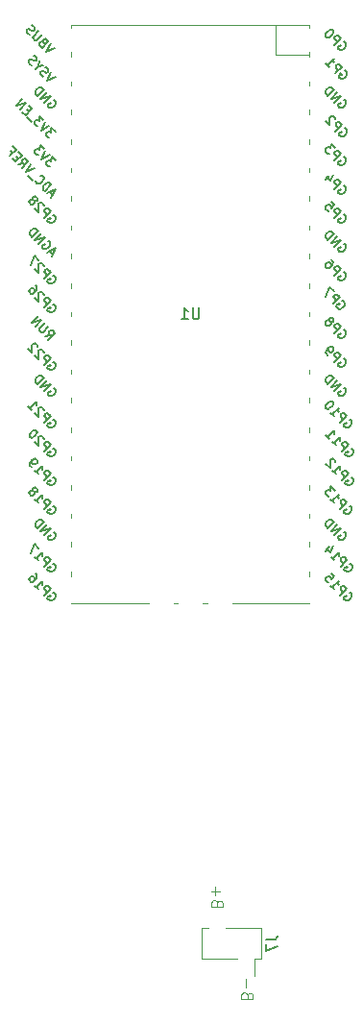
<source format=gbr>
%TF.GenerationSoftware,KiCad,Pcbnew,8.0.5*%
%TF.CreationDate,2024-10-31T02:19:14+01:00*%
%TF.ProjectId,trinket,7472696e-6b65-4742-9e6b-696361645f70,rev?*%
%TF.SameCoordinates,Original*%
%TF.FileFunction,Legend,Bot*%
%TF.FilePolarity,Positive*%
%FSLAX46Y46*%
G04 Gerber Fmt 4.6, Leading zero omitted, Abs format (unit mm)*
G04 Created by KiCad (PCBNEW 8.0.5) date 2024-10-31 02:19:14*
%MOMM*%
%LPD*%
G01*
G04 APERTURE LIST*
%ADD10C,0.150000*%
%ADD11C,0.100000*%
%ADD12C,0.120000*%
G04 APERTURE END LIST*
D10*
X119554819Y-131166666D02*
X120269104Y-131166666D01*
X120269104Y-131166666D02*
X120411961Y-131119047D01*
X120411961Y-131119047D02*
X120507200Y-131023809D01*
X120507200Y-131023809D02*
X120554819Y-130880952D01*
X120554819Y-130880952D02*
X120554819Y-130785714D01*
X119554819Y-131547619D02*
X119554819Y-132214285D01*
X119554819Y-132214285D02*
X120554819Y-131785714D01*
D11*
X117901390Y-136073552D02*
X117853771Y-135930695D01*
X117853771Y-135930695D02*
X117806152Y-135883076D01*
X117806152Y-135883076D02*
X117710914Y-135835457D01*
X117710914Y-135835457D02*
X117568057Y-135835457D01*
X117568057Y-135835457D02*
X117472819Y-135883076D01*
X117472819Y-135883076D02*
X117425200Y-135930695D01*
X117425200Y-135930695D02*
X117377580Y-136025933D01*
X117377580Y-136025933D02*
X117377580Y-136406885D01*
X117377580Y-136406885D02*
X118377580Y-136406885D01*
X118377580Y-136406885D02*
X118377580Y-136073552D01*
X118377580Y-136073552D02*
X118329961Y-135978314D01*
X118329961Y-135978314D02*
X118282342Y-135930695D01*
X118282342Y-135930695D02*
X118187104Y-135883076D01*
X118187104Y-135883076D02*
X118091866Y-135883076D01*
X118091866Y-135883076D02*
X117996628Y-135930695D01*
X117996628Y-135930695D02*
X117949009Y-135978314D01*
X117949009Y-135978314D02*
X117901390Y-136073552D01*
X117901390Y-136073552D02*
X117901390Y-136406885D01*
X117758533Y-135406885D02*
X117758533Y-134644981D01*
X115247715Y-127953410D02*
X115200096Y-127810553D01*
X115200096Y-127810553D02*
X115152477Y-127762934D01*
X115152477Y-127762934D02*
X115057239Y-127715315D01*
X115057239Y-127715315D02*
X114914382Y-127715315D01*
X114914382Y-127715315D02*
X114819144Y-127762934D01*
X114819144Y-127762934D02*
X114771525Y-127810553D01*
X114771525Y-127810553D02*
X114723905Y-127905791D01*
X114723905Y-127905791D02*
X114723905Y-128286743D01*
X114723905Y-128286743D02*
X115723905Y-128286743D01*
X115723905Y-128286743D02*
X115723905Y-127953410D01*
X115723905Y-127953410D02*
X115676286Y-127858172D01*
X115676286Y-127858172D02*
X115628667Y-127810553D01*
X115628667Y-127810553D02*
X115533429Y-127762934D01*
X115533429Y-127762934D02*
X115438191Y-127762934D01*
X115438191Y-127762934D02*
X115342953Y-127810553D01*
X115342953Y-127810553D02*
X115295334Y-127858172D01*
X115295334Y-127858172D02*
X115247715Y-127953410D01*
X115247715Y-127953410D02*
X115247715Y-128286743D01*
X115104858Y-127286743D02*
X115104858Y-126524839D01*
X114723905Y-126905791D02*
X115485810Y-126905791D01*
D10*
X113651904Y-75484819D02*
X113651904Y-76294342D01*
X113651904Y-76294342D02*
X113604285Y-76389580D01*
X113604285Y-76389580D02*
X113556666Y-76437200D01*
X113556666Y-76437200D02*
X113461428Y-76484819D01*
X113461428Y-76484819D02*
X113270952Y-76484819D01*
X113270952Y-76484819D02*
X113175714Y-76437200D01*
X113175714Y-76437200D02*
X113128095Y-76389580D01*
X113128095Y-76389580D02*
X113080476Y-76294342D01*
X113080476Y-76294342D02*
X113080476Y-75484819D01*
X112080476Y-76484819D02*
X112651904Y-76484819D01*
X112366190Y-76484819D02*
X112366190Y-75484819D01*
X112366190Y-75484819D02*
X112461428Y-75627676D01*
X112461428Y-75627676D02*
X112556666Y-75722914D01*
X112556666Y-75722914D02*
X112651904Y-75770533D01*
X126476627Y-54551494D02*
X126557439Y-54578431D01*
X126557439Y-54578431D02*
X126638251Y-54659243D01*
X126638251Y-54659243D02*
X126692126Y-54766993D01*
X126692126Y-54766993D02*
X126692126Y-54874742D01*
X126692126Y-54874742D02*
X126665189Y-54955555D01*
X126665189Y-54955555D02*
X126584376Y-55090242D01*
X126584376Y-55090242D02*
X126503564Y-55171054D01*
X126503564Y-55171054D02*
X126368877Y-55251866D01*
X126368877Y-55251866D02*
X126288065Y-55278803D01*
X126288065Y-55278803D02*
X126180315Y-55278803D01*
X126180315Y-55278803D02*
X126072566Y-55224929D01*
X126072566Y-55224929D02*
X126018691Y-55171054D01*
X126018691Y-55171054D02*
X125964816Y-55063304D01*
X125964816Y-55063304D02*
X125964816Y-55009429D01*
X125964816Y-55009429D02*
X126153378Y-54820868D01*
X126153378Y-54820868D02*
X126261128Y-54928617D01*
X125668505Y-54820868D02*
X126234190Y-54255182D01*
X126234190Y-54255182D02*
X126018691Y-54039683D01*
X126018691Y-54039683D02*
X125937879Y-54012746D01*
X125937879Y-54012746D02*
X125884004Y-54012746D01*
X125884004Y-54012746D02*
X125803192Y-54039683D01*
X125803192Y-54039683D02*
X125722380Y-54120495D01*
X125722380Y-54120495D02*
X125695442Y-54201307D01*
X125695442Y-54201307D02*
X125695442Y-54255182D01*
X125695442Y-54255182D02*
X125722380Y-54335994D01*
X125722380Y-54335994D02*
X125937879Y-54551494D01*
X124806508Y-53958871D02*
X125129757Y-54282120D01*
X124968132Y-54120495D02*
X125533818Y-53554810D01*
X125533818Y-53554810D02*
X125506880Y-53689497D01*
X125506880Y-53689497D02*
X125506880Y-53797246D01*
X125506880Y-53797246D02*
X125533818Y-53878059D01*
X126403564Y-69828431D02*
X126484376Y-69855368D01*
X126484376Y-69855368D02*
X126565188Y-69936180D01*
X126565188Y-69936180D02*
X126619063Y-70043930D01*
X126619063Y-70043930D02*
X126619063Y-70151680D01*
X126619063Y-70151680D02*
X126592126Y-70232492D01*
X126592126Y-70232492D02*
X126511314Y-70367179D01*
X126511314Y-70367179D02*
X126430501Y-70447991D01*
X126430501Y-70447991D02*
X126295814Y-70528803D01*
X126295814Y-70528803D02*
X126215002Y-70555741D01*
X126215002Y-70555741D02*
X126107253Y-70555741D01*
X126107253Y-70555741D02*
X125999503Y-70501866D01*
X125999503Y-70501866D02*
X125945628Y-70447991D01*
X125945628Y-70447991D02*
X125891753Y-70340241D01*
X125891753Y-70340241D02*
X125891753Y-70286367D01*
X125891753Y-70286367D02*
X126080315Y-70097805D01*
X126080315Y-70097805D02*
X126188065Y-70205554D01*
X125595442Y-70097805D02*
X126161127Y-69532119D01*
X126161127Y-69532119D02*
X125272193Y-69774556D01*
X125272193Y-69774556D02*
X125837879Y-69208871D01*
X125002819Y-69505182D02*
X125568505Y-68939497D01*
X125568505Y-68939497D02*
X125433818Y-68804810D01*
X125433818Y-68804810D02*
X125326068Y-68750935D01*
X125326068Y-68750935D02*
X125218319Y-68750935D01*
X125218319Y-68750935D02*
X125137506Y-68777872D01*
X125137506Y-68777872D02*
X125002819Y-68858685D01*
X125002819Y-68858685D02*
X124922007Y-68939497D01*
X124922007Y-68939497D02*
X124841195Y-69074184D01*
X124841195Y-69074184D02*
X124814258Y-69154996D01*
X124814258Y-69154996D02*
X124814258Y-69262746D01*
X124814258Y-69262746D02*
X124868132Y-69370495D01*
X124868132Y-69370495D02*
X125002819Y-69505182D01*
X126946001Y-98010868D02*
X127026814Y-98037805D01*
X127026814Y-98037805D02*
X127107626Y-98118618D01*
X127107626Y-98118618D02*
X127161501Y-98226367D01*
X127161501Y-98226367D02*
X127161501Y-98334117D01*
X127161501Y-98334117D02*
X127134563Y-98414929D01*
X127134563Y-98414929D02*
X127053751Y-98549616D01*
X127053751Y-98549616D02*
X126972939Y-98630428D01*
X126972939Y-98630428D02*
X126838252Y-98711241D01*
X126838252Y-98711241D02*
X126757439Y-98738178D01*
X126757439Y-98738178D02*
X126649690Y-98738178D01*
X126649690Y-98738178D02*
X126541940Y-98684303D01*
X126541940Y-98684303D02*
X126488065Y-98630428D01*
X126488065Y-98630428D02*
X126434191Y-98522679D01*
X126434191Y-98522679D02*
X126434191Y-98468804D01*
X126434191Y-98468804D02*
X126622752Y-98280242D01*
X126622752Y-98280242D02*
X126730502Y-98387992D01*
X126137879Y-98280242D02*
X126703565Y-97714557D01*
X126703565Y-97714557D02*
X126488065Y-97499057D01*
X126488065Y-97499057D02*
X126407253Y-97472120D01*
X126407253Y-97472120D02*
X126353378Y-97472120D01*
X126353378Y-97472120D02*
X126272566Y-97499057D01*
X126272566Y-97499057D02*
X126191754Y-97579870D01*
X126191754Y-97579870D02*
X126164817Y-97660682D01*
X126164817Y-97660682D02*
X126164817Y-97714557D01*
X126164817Y-97714557D02*
X126191754Y-97795369D01*
X126191754Y-97795369D02*
X126407253Y-98010868D01*
X125275882Y-97418245D02*
X125599131Y-97741494D01*
X125437507Y-97579870D02*
X126003192Y-97014184D01*
X126003192Y-97014184D02*
X125976255Y-97148871D01*
X125976255Y-97148871D02*
X125976255Y-97256621D01*
X125976255Y-97256621D02*
X126003192Y-97337433D01*
X125168133Y-96556248D02*
X124791009Y-96933372D01*
X125518319Y-96475436D02*
X125248945Y-97014184D01*
X125248945Y-97014184D02*
X124898759Y-96663998D01*
X126403564Y-95228431D02*
X126484376Y-95255368D01*
X126484376Y-95255368D02*
X126565188Y-95336180D01*
X126565188Y-95336180D02*
X126619063Y-95443930D01*
X126619063Y-95443930D02*
X126619063Y-95551680D01*
X126619063Y-95551680D02*
X126592126Y-95632492D01*
X126592126Y-95632492D02*
X126511314Y-95767179D01*
X126511314Y-95767179D02*
X126430501Y-95847991D01*
X126430501Y-95847991D02*
X126295814Y-95928803D01*
X126295814Y-95928803D02*
X126215002Y-95955741D01*
X126215002Y-95955741D02*
X126107253Y-95955741D01*
X126107253Y-95955741D02*
X125999503Y-95901866D01*
X125999503Y-95901866D02*
X125945628Y-95847991D01*
X125945628Y-95847991D02*
X125891753Y-95740241D01*
X125891753Y-95740241D02*
X125891753Y-95686367D01*
X125891753Y-95686367D02*
X126080315Y-95497805D01*
X126080315Y-95497805D02*
X126188065Y-95605554D01*
X125595442Y-95497805D02*
X126161127Y-94932119D01*
X126161127Y-94932119D02*
X125272193Y-95174556D01*
X125272193Y-95174556D02*
X125837879Y-94608871D01*
X125002819Y-94905182D02*
X125568505Y-94339497D01*
X125568505Y-94339497D02*
X125433818Y-94204810D01*
X125433818Y-94204810D02*
X125326068Y-94150935D01*
X125326068Y-94150935D02*
X125218319Y-94150935D01*
X125218319Y-94150935D02*
X125137506Y-94177872D01*
X125137506Y-94177872D02*
X125002819Y-94258685D01*
X125002819Y-94258685D02*
X124922007Y-94339497D01*
X124922007Y-94339497D02*
X124841195Y-94474184D01*
X124841195Y-94474184D02*
X124814258Y-94554996D01*
X124814258Y-94554996D02*
X124814258Y-94662746D01*
X124814258Y-94662746D02*
X124868132Y-94770495D01*
X124868132Y-94770495D02*
X125002819Y-94905182D01*
X100803564Y-82528431D02*
X100884376Y-82555368D01*
X100884376Y-82555368D02*
X100965188Y-82636180D01*
X100965188Y-82636180D02*
X101019063Y-82743930D01*
X101019063Y-82743930D02*
X101019063Y-82851680D01*
X101019063Y-82851680D02*
X100992126Y-82932492D01*
X100992126Y-82932492D02*
X100911314Y-83067179D01*
X100911314Y-83067179D02*
X100830501Y-83147991D01*
X100830501Y-83147991D02*
X100695814Y-83228803D01*
X100695814Y-83228803D02*
X100615002Y-83255741D01*
X100615002Y-83255741D02*
X100507253Y-83255741D01*
X100507253Y-83255741D02*
X100399503Y-83201866D01*
X100399503Y-83201866D02*
X100345628Y-83147991D01*
X100345628Y-83147991D02*
X100291753Y-83040241D01*
X100291753Y-83040241D02*
X100291753Y-82986367D01*
X100291753Y-82986367D02*
X100480315Y-82797805D01*
X100480315Y-82797805D02*
X100588065Y-82905554D01*
X99995442Y-82797805D02*
X100561127Y-82232119D01*
X100561127Y-82232119D02*
X99672193Y-82474556D01*
X99672193Y-82474556D02*
X100237879Y-81908871D01*
X99402819Y-82205182D02*
X99968505Y-81639497D01*
X99968505Y-81639497D02*
X99833818Y-81504810D01*
X99833818Y-81504810D02*
X99726068Y-81450935D01*
X99726068Y-81450935D02*
X99618319Y-81450935D01*
X99618319Y-81450935D02*
X99537506Y-81477872D01*
X99537506Y-81477872D02*
X99402819Y-81558685D01*
X99402819Y-81558685D02*
X99322007Y-81639497D01*
X99322007Y-81639497D02*
X99241195Y-81774184D01*
X99241195Y-81774184D02*
X99214258Y-81854996D01*
X99214258Y-81854996D02*
X99214258Y-81962746D01*
X99214258Y-81962746D02*
X99268132Y-82070495D01*
X99268132Y-82070495D02*
X99402819Y-82205182D01*
X126376627Y-72341494D02*
X126457439Y-72368431D01*
X126457439Y-72368431D02*
X126538251Y-72449243D01*
X126538251Y-72449243D02*
X126592126Y-72556993D01*
X126592126Y-72556993D02*
X126592126Y-72664742D01*
X126592126Y-72664742D02*
X126565189Y-72745555D01*
X126565189Y-72745555D02*
X126484376Y-72880242D01*
X126484376Y-72880242D02*
X126403564Y-72961054D01*
X126403564Y-72961054D02*
X126268877Y-73041866D01*
X126268877Y-73041866D02*
X126188065Y-73068803D01*
X126188065Y-73068803D02*
X126080315Y-73068803D01*
X126080315Y-73068803D02*
X125972566Y-73014929D01*
X125972566Y-73014929D02*
X125918691Y-72961054D01*
X125918691Y-72961054D02*
X125864816Y-72853304D01*
X125864816Y-72853304D02*
X125864816Y-72799429D01*
X125864816Y-72799429D02*
X126053378Y-72610868D01*
X126053378Y-72610868D02*
X126161128Y-72718617D01*
X125568505Y-72610868D02*
X126134190Y-72045182D01*
X126134190Y-72045182D02*
X125918691Y-71829683D01*
X125918691Y-71829683D02*
X125837879Y-71802746D01*
X125837879Y-71802746D02*
X125784004Y-71802746D01*
X125784004Y-71802746D02*
X125703192Y-71829683D01*
X125703192Y-71829683D02*
X125622380Y-71910495D01*
X125622380Y-71910495D02*
X125595442Y-71991307D01*
X125595442Y-71991307D02*
X125595442Y-72045182D01*
X125595442Y-72045182D02*
X125622380Y-72125994D01*
X125622380Y-72125994D02*
X125837879Y-72341494D01*
X125326068Y-71237060D02*
X125433818Y-71344810D01*
X125433818Y-71344810D02*
X125460755Y-71425622D01*
X125460755Y-71425622D02*
X125460755Y-71479497D01*
X125460755Y-71479497D02*
X125433818Y-71614184D01*
X125433818Y-71614184D02*
X125353006Y-71748871D01*
X125353006Y-71748871D02*
X125137506Y-71964370D01*
X125137506Y-71964370D02*
X125056694Y-71991307D01*
X125056694Y-71991307D02*
X125002819Y-71991307D01*
X125002819Y-71991307D02*
X124922007Y-71964370D01*
X124922007Y-71964370D02*
X124814258Y-71856620D01*
X124814258Y-71856620D02*
X124787320Y-71775808D01*
X124787320Y-71775808D02*
X124787320Y-71721933D01*
X124787320Y-71721933D02*
X124814258Y-71641121D01*
X124814258Y-71641121D02*
X124948945Y-71506434D01*
X124948945Y-71506434D02*
X125029757Y-71479497D01*
X125029757Y-71479497D02*
X125083632Y-71479497D01*
X125083632Y-71479497D02*
X125164444Y-71506434D01*
X125164444Y-71506434D02*
X125272193Y-71614184D01*
X125272193Y-71614184D02*
X125299131Y-71694996D01*
X125299131Y-71694996D02*
X125299131Y-71748871D01*
X125299131Y-71748871D02*
X125272193Y-71829683D01*
X100792001Y-80230868D02*
X100872814Y-80257805D01*
X100872814Y-80257805D02*
X100953626Y-80338618D01*
X100953626Y-80338618D02*
X101007501Y-80446367D01*
X101007501Y-80446367D02*
X101007501Y-80554117D01*
X101007501Y-80554117D02*
X100980563Y-80634929D01*
X100980563Y-80634929D02*
X100899751Y-80769616D01*
X100899751Y-80769616D02*
X100818939Y-80850428D01*
X100818939Y-80850428D02*
X100684252Y-80931241D01*
X100684252Y-80931241D02*
X100603439Y-80958178D01*
X100603439Y-80958178D02*
X100495690Y-80958178D01*
X100495690Y-80958178D02*
X100387940Y-80904303D01*
X100387940Y-80904303D02*
X100334065Y-80850428D01*
X100334065Y-80850428D02*
X100280191Y-80742679D01*
X100280191Y-80742679D02*
X100280191Y-80688804D01*
X100280191Y-80688804D02*
X100468752Y-80500242D01*
X100468752Y-80500242D02*
X100576502Y-80607992D01*
X99983879Y-80500242D02*
X100549565Y-79934557D01*
X100549565Y-79934557D02*
X100334065Y-79719057D01*
X100334065Y-79719057D02*
X100253253Y-79692120D01*
X100253253Y-79692120D02*
X100199378Y-79692120D01*
X100199378Y-79692120D02*
X100118566Y-79719057D01*
X100118566Y-79719057D02*
X100037754Y-79799870D01*
X100037754Y-79799870D02*
X100010817Y-79880682D01*
X100010817Y-79880682D02*
X100010817Y-79934557D01*
X100010817Y-79934557D02*
X100037754Y-80015369D01*
X100037754Y-80015369D02*
X100253253Y-80230868D01*
X99956942Y-79449683D02*
X99956942Y-79395809D01*
X99956942Y-79395809D02*
X99930004Y-79314996D01*
X99930004Y-79314996D02*
X99795317Y-79180309D01*
X99795317Y-79180309D02*
X99714505Y-79153372D01*
X99714505Y-79153372D02*
X99660630Y-79153372D01*
X99660630Y-79153372D02*
X99579818Y-79180309D01*
X99579818Y-79180309D02*
X99525943Y-79234184D01*
X99525943Y-79234184D02*
X99472069Y-79341934D01*
X99472069Y-79341934D02*
X99472069Y-79988431D01*
X99472069Y-79988431D02*
X99121882Y-79638245D01*
X99418194Y-78910935D02*
X99418194Y-78857060D01*
X99418194Y-78857060D02*
X99391256Y-78776248D01*
X99391256Y-78776248D02*
X99256569Y-78641561D01*
X99256569Y-78641561D02*
X99175757Y-78614624D01*
X99175757Y-78614624D02*
X99121882Y-78614624D01*
X99121882Y-78614624D02*
X99041070Y-78641561D01*
X99041070Y-78641561D02*
X98987195Y-78695436D01*
X98987195Y-78695436D02*
X98933320Y-78803186D01*
X98933320Y-78803186D02*
X98933320Y-79449683D01*
X98933320Y-79449683D02*
X98583134Y-79099497D01*
X126900001Y-100550868D02*
X126980814Y-100577805D01*
X126980814Y-100577805D02*
X127061626Y-100658618D01*
X127061626Y-100658618D02*
X127115501Y-100766367D01*
X127115501Y-100766367D02*
X127115501Y-100874117D01*
X127115501Y-100874117D02*
X127088563Y-100954929D01*
X127088563Y-100954929D02*
X127007751Y-101089616D01*
X127007751Y-101089616D02*
X126926939Y-101170428D01*
X126926939Y-101170428D02*
X126792252Y-101251241D01*
X126792252Y-101251241D02*
X126711439Y-101278178D01*
X126711439Y-101278178D02*
X126603690Y-101278178D01*
X126603690Y-101278178D02*
X126495940Y-101224303D01*
X126495940Y-101224303D02*
X126442065Y-101170428D01*
X126442065Y-101170428D02*
X126388191Y-101062679D01*
X126388191Y-101062679D02*
X126388191Y-101008804D01*
X126388191Y-101008804D02*
X126576752Y-100820242D01*
X126576752Y-100820242D02*
X126684502Y-100927992D01*
X126091879Y-100820242D02*
X126657565Y-100254557D01*
X126657565Y-100254557D02*
X126442065Y-100039057D01*
X126442065Y-100039057D02*
X126361253Y-100012120D01*
X126361253Y-100012120D02*
X126307378Y-100012120D01*
X126307378Y-100012120D02*
X126226566Y-100039057D01*
X126226566Y-100039057D02*
X126145754Y-100119870D01*
X126145754Y-100119870D02*
X126118817Y-100200682D01*
X126118817Y-100200682D02*
X126118817Y-100254557D01*
X126118817Y-100254557D02*
X126145754Y-100335369D01*
X126145754Y-100335369D02*
X126361253Y-100550868D01*
X125229882Y-99958245D02*
X125553131Y-100281494D01*
X125391507Y-100119870D02*
X125957192Y-99554184D01*
X125957192Y-99554184D02*
X125930255Y-99688871D01*
X125930255Y-99688871D02*
X125930255Y-99796621D01*
X125930255Y-99796621D02*
X125957192Y-99877433D01*
X125283757Y-98880749D02*
X125553131Y-99150123D01*
X125553131Y-99150123D02*
X125310694Y-99446434D01*
X125310694Y-99446434D02*
X125310694Y-99392560D01*
X125310694Y-99392560D02*
X125283757Y-99311747D01*
X125283757Y-99311747D02*
X125149070Y-99177060D01*
X125149070Y-99177060D02*
X125068258Y-99150123D01*
X125068258Y-99150123D02*
X125014383Y-99150123D01*
X125014383Y-99150123D02*
X124933571Y-99177060D01*
X124933571Y-99177060D02*
X124798884Y-99311747D01*
X124798884Y-99311747D02*
X124771946Y-99392560D01*
X124771946Y-99392560D02*
X124771946Y-99446434D01*
X124771946Y-99446434D02*
X124798884Y-99527247D01*
X124798884Y-99527247D02*
X124933571Y-99661934D01*
X124933571Y-99661934D02*
X125014383Y-99688871D01*
X125014383Y-99688871D02*
X125068258Y-99688871D01*
X100792001Y-72620868D02*
X100872814Y-72647805D01*
X100872814Y-72647805D02*
X100953626Y-72728618D01*
X100953626Y-72728618D02*
X101007501Y-72836367D01*
X101007501Y-72836367D02*
X101007501Y-72944117D01*
X101007501Y-72944117D02*
X100980563Y-73024929D01*
X100980563Y-73024929D02*
X100899751Y-73159616D01*
X100899751Y-73159616D02*
X100818939Y-73240428D01*
X100818939Y-73240428D02*
X100684252Y-73321241D01*
X100684252Y-73321241D02*
X100603439Y-73348178D01*
X100603439Y-73348178D02*
X100495690Y-73348178D01*
X100495690Y-73348178D02*
X100387940Y-73294303D01*
X100387940Y-73294303D02*
X100334065Y-73240428D01*
X100334065Y-73240428D02*
X100280191Y-73132679D01*
X100280191Y-73132679D02*
X100280191Y-73078804D01*
X100280191Y-73078804D02*
X100468752Y-72890242D01*
X100468752Y-72890242D02*
X100576502Y-72997992D01*
X99983879Y-72890242D02*
X100549565Y-72324557D01*
X100549565Y-72324557D02*
X100334065Y-72109057D01*
X100334065Y-72109057D02*
X100253253Y-72082120D01*
X100253253Y-72082120D02*
X100199378Y-72082120D01*
X100199378Y-72082120D02*
X100118566Y-72109057D01*
X100118566Y-72109057D02*
X100037754Y-72189870D01*
X100037754Y-72189870D02*
X100010817Y-72270682D01*
X100010817Y-72270682D02*
X100010817Y-72324557D01*
X100010817Y-72324557D02*
X100037754Y-72405369D01*
X100037754Y-72405369D02*
X100253253Y-72620868D01*
X99956942Y-71839683D02*
X99956942Y-71785809D01*
X99956942Y-71785809D02*
X99930004Y-71704996D01*
X99930004Y-71704996D02*
X99795317Y-71570309D01*
X99795317Y-71570309D02*
X99714505Y-71543372D01*
X99714505Y-71543372D02*
X99660630Y-71543372D01*
X99660630Y-71543372D02*
X99579818Y-71570309D01*
X99579818Y-71570309D02*
X99525943Y-71624184D01*
X99525943Y-71624184D02*
X99472069Y-71731934D01*
X99472069Y-71731934D02*
X99472069Y-72378431D01*
X99472069Y-72378431D02*
X99121882Y-72028245D01*
X99499006Y-71273998D02*
X99121882Y-70896874D01*
X99121882Y-70896874D02*
X98798633Y-71704996D01*
X126376627Y-64721494D02*
X126457439Y-64748431D01*
X126457439Y-64748431D02*
X126538251Y-64829243D01*
X126538251Y-64829243D02*
X126592126Y-64936993D01*
X126592126Y-64936993D02*
X126592126Y-65044742D01*
X126592126Y-65044742D02*
X126565189Y-65125555D01*
X126565189Y-65125555D02*
X126484376Y-65260242D01*
X126484376Y-65260242D02*
X126403564Y-65341054D01*
X126403564Y-65341054D02*
X126268877Y-65421866D01*
X126268877Y-65421866D02*
X126188065Y-65448803D01*
X126188065Y-65448803D02*
X126080315Y-65448803D01*
X126080315Y-65448803D02*
X125972566Y-65394929D01*
X125972566Y-65394929D02*
X125918691Y-65341054D01*
X125918691Y-65341054D02*
X125864816Y-65233304D01*
X125864816Y-65233304D02*
X125864816Y-65179429D01*
X125864816Y-65179429D02*
X126053378Y-64990868D01*
X126053378Y-64990868D02*
X126161128Y-65098617D01*
X125568505Y-64990868D02*
X126134190Y-64425182D01*
X126134190Y-64425182D02*
X125918691Y-64209683D01*
X125918691Y-64209683D02*
X125837879Y-64182746D01*
X125837879Y-64182746D02*
X125784004Y-64182746D01*
X125784004Y-64182746D02*
X125703192Y-64209683D01*
X125703192Y-64209683D02*
X125622380Y-64290495D01*
X125622380Y-64290495D02*
X125595442Y-64371307D01*
X125595442Y-64371307D02*
X125595442Y-64425182D01*
X125595442Y-64425182D02*
X125622380Y-64505994D01*
X125622380Y-64505994D02*
X125837879Y-64721494D01*
X125137506Y-63805622D02*
X124760383Y-64182746D01*
X125487693Y-63724810D02*
X125218319Y-64263558D01*
X125218319Y-64263558D02*
X124868132Y-63913372D01*
X100792001Y-67276868D02*
X100872814Y-67303805D01*
X100872814Y-67303805D02*
X100953626Y-67384618D01*
X100953626Y-67384618D02*
X101007501Y-67492367D01*
X101007501Y-67492367D02*
X101007501Y-67600117D01*
X101007501Y-67600117D02*
X100980563Y-67680929D01*
X100980563Y-67680929D02*
X100899751Y-67815616D01*
X100899751Y-67815616D02*
X100818939Y-67896428D01*
X100818939Y-67896428D02*
X100684252Y-67977241D01*
X100684252Y-67977241D02*
X100603439Y-68004178D01*
X100603439Y-68004178D02*
X100495690Y-68004178D01*
X100495690Y-68004178D02*
X100387940Y-67950303D01*
X100387940Y-67950303D02*
X100334065Y-67896428D01*
X100334065Y-67896428D02*
X100280191Y-67788679D01*
X100280191Y-67788679D02*
X100280191Y-67734804D01*
X100280191Y-67734804D02*
X100468752Y-67546242D01*
X100468752Y-67546242D02*
X100576502Y-67653992D01*
X99983879Y-67546242D02*
X100549565Y-66980557D01*
X100549565Y-66980557D02*
X100334065Y-66765057D01*
X100334065Y-66765057D02*
X100253253Y-66738120D01*
X100253253Y-66738120D02*
X100199378Y-66738120D01*
X100199378Y-66738120D02*
X100118566Y-66765057D01*
X100118566Y-66765057D02*
X100037754Y-66845870D01*
X100037754Y-66845870D02*
X100010817Y-66926682D01*
X100010817Y-66926682D02*
X100010817Y-66980557D01*
X100010817Y-66980557D02*
X100037754Y-67061369D01*
X100037754Y-67061369D02*
X100253253Y-67276868D01*
X99956942Y-66495683D02*
X99956942Y-66441809D01*
X99956942Y-66441809D02*
X99930004Y-66360996D01*
X99930004Y-66360996D02*
X99795317Y-66226309D01*
X99795317Y-66226309D02*
X99714505Y-66199372D01*
X99714505Y-66199372D02*
X99660630Y-66199372D01*
X99660630Y-66199372D02*
X99579818Y-66226309D01*
X99579818Y-66226309D02*
X99525943Y-66280184D01*
X99525943Y-66280184D02*
X99472069Y-66387934D01*
X99472069Y-66387934D02*
X99472069Y-67034431D01*
X99472069Y-67034431D02*
X99121882Y-66684245D01*
X99121882Y-66037747D02*
X99202694Y-66064685D01*
X99202694Y-66064685D02*
X99256569Y-66064685D01*
X99256569Y-66064685D02*
X99337381Y-66037747D01*
X99337381Y-66037747D02*
X99364319Y-66010810D01*
X99364319Y-66010810D02*
X99391256Y-65929998D01*
X99391256Y-65929998D02*
X99391256Y-65876123D01*
X99391256Y-65876123D02*
X99364319Y-65795311D01*
X99364319Y-65795311D02*
X99256569Y-65687561D01*
X99256569Y-65687561D02*
X99175757Y-65660624D01*
X99175757Y-65660624D02*
X99121882Y-65660624D01*
X99121882Y-65660624D02*
X99041070Y-65687561D01*
X99041070Y-65687561D02*
X99014133Y-65714499D01*
X99014133Y-65714499D02*
X98987195Y-65795311D01*
X98987195Y-65795311D02*
X98987195Y-65849186D01*
X98987195Y-65849186D02*
X99014133Y-65929998D01*
X99014133Y-65929998D02*
X99121882Y-66037747D01*
X99121882Y-66037747D02*
X99148820Y-66118560D01*
X99148820Y-66118560D02*
X99148820Y-66172434D01*
X99148820Y-66172434D02*
X99121882Y-66253247D01*
X99121882Y-66253247D02*
X99014133Y-66360996D01*
X99014133Y-66360996D02*
X98933320Y-66387934D01*
X98933320Y-66387934D02*
X98879446Y-66387934D01*
X98879446Y-66387934D02*
X98798633Y-66360996D01*
X98798633Y-66360996D02*
X98690884Y-66253247D01*
X98690884Y-66253247D02*
X98663946Y-66172434D01*
X98663946Y-66172434D02*
X98663946Y-66118560D01*
X98663946Y-66118560D02*
X98690884Y-66037747D01*
X98690884Y-66037747D02*
X98798633Y-65929998D01*
X98798633Y-65929998D02*
X98879446Y-65903060D01*
X98879446Y-65903060D02*
X98933320Y-65903060D01*
X98933320Y-65903060D02*
X99014133Y-65929998D01*
X100969250Y-55100242D02*
X100215003Y-55477366D01*
X100215003Y-55477366D02*
X100592126Y-54723118D01*
X99891754Y-55100242D02*
X99784004Y-55046367D01*
X99784004Y-55046367D02*
X99649317Y-54911680D01*
X99649317Y-54911680D02*
X99622380Y-54830868D01*
X99622380Y-54830868D02*
X99622380Y-54776993D01*
X99622380Y-54776993D02*
X99649317Y-54696181D01*
X99649317Y-54696181D02*
X99703192Y-54642306D01*
X99703192Y-54642306D02*
X99784004Y-54615369D01*
X99784004Y-54615369D02*
X99837879Y-54615369D01*
X99837879Y-54615369D02*
X99918691Y-54642306D01*
X99918691Y-54642306D02*
X100053378Y-54723118D01*
X100053378Y-54723118D02*
X100134191Y-54750056D01*
X100134191Y-54750056D02*
X100188065Y-54750056D01*
X100188065Y-54750056D02*
X100268878Y-54723118D01*
X100268878Y-54723118D02*
X100322752Y-54669244D01*
X100322752Y-54669244D02*
X100349690Y-54588431D01*
X100349690Y-54588431D02*
X100349690Y-54534557D01*
X100349690Y-54534557D02*
X100322752Y-54453744D01*
X100322752Y-54453744D02*
X100188065Y-54319057D01*
X100188065Y-54319057D02*
X100080316Y-54265183D01*
X99460755Y-54184370D02*
X99191381Y-54453744D01*
X99945629Y-54076621D02*
X99460755Y-54184370D01*
X99460755Y-54184370D02*
X99568505Y-53699497D01*
X98868133Y-54076621D02*
X98760383Y-54022746D01*
X98760383Y-54022746D02*
X98625696Y-53888059D01*
X98625696Y-53888059D02*
X98598759Y-53807247D01*
X98598759Y-53807247D02*
X98598759Y-53753372D01*
X98598759Y-53753372D02*
X98625696Y-53672560D01*
X98625696Y-53672560D02*
X98679571Y-53618685D01*
X98679571Y-53618685D02*
X98760383Y-53591748D01*
X98760383Y-53591748D02*
X98814258Y-53591748D01*
X98814258Y-53591748D02*
X98895070Y-53618685D01*
X98895070Y-53618685D02*
X99029757Y-53699497D01*
X99029757Y-53699497D02*
X99110569Y-53726435D01*
X99110569Y-53726435D02*
X99164444Y-53726435D01*
X99164444Y-53726435D02*
X99245256Y-53699497D01*
X99245256Y-53699497D02*
X99299131Y-53645622D01*
X99299131Y-53645622D02*
X99326069Y-53564810D01*
X99326069Y-53564810D02*
X99326069Y-53510935D01*
X99326069Y-53510935D02*
X99299131Y-53430123D01*
X99299131Y-53430123D02*
X99164444Y-53295436D01*
X99164444Y-53295436D02*
X99056695Y-53241561D01*
X100967592Y-59988584D02*
X100617406Y-59638398D01*
X100617406Y-59638398D02*
X100590468Y-60042459D01*
X100590468Y-60042459D02*
X100509656Y-59961646D01*
X100509656Y-59961646D02*
X100428844Y-59934709D01*
X100428844Y-59934709D02*
X100374969Y-59934709D01*
X100374969Y-59934709D02*
X100294157Y-59961646D01*
X100294157Y-59961646D02*
X100159470Y-60096333D01*
X100159470Y-60096333D02*
X100132532Y-60177146D01*
X100132532Y-60177146D02*
X100132532Y-60231020D01*
X100132532Y-60231020D02*
X100159470Y-60311833D01*
X100159470Y-60311833D02*
X100321094Y-60473457D01*
X100321094Y-60473457D02*
X100401906Y-60500394D01*
X100401906Y-60500394D02*
X100455781Y-60500394D01*
X100455781Y-59476773D02*
X99701534Y-59853897D01*
X99701534Y-59853897D02*
X100078657Y-59099649D01*
X99943971Y-58964963D02*
X99593784Y-58614776D01*
X99593784Y-58614776D02*
X99566847Y-59018837D01*
X99566847Y-59018837D02*
X99486035Y-58938025D01*
X99486035Y-58938025D02*
X99405223Y-58911088D01*
X99405223Y-58911088D02*
X99351348Y-58911088D01*
X99351348Y-58911088D02*
X99270535Y-58938025D01*
X99270535Y-58938025D02*
X99135848Y-59072712D01*
X99135848Y-59072712D02*
X99108911Y-59153524D01*
X99108911Y-59153524D02*
X99108911Y-59207399D01*
X99108911Y-59207399D02*
X99135848Y-59288211D01*
X99135848Y-59288211D02*
X99297473Y-59449836D01*
X99297473Y-59449836D02*
X99378285Y-59476773D01*
X99378285Y-59476773D02*
X99432160Y-59476773D01*
X98866474Y-59126587D02*
X98435476Y-58695588D01*
X98650975Y-58210715D02*
X98462413Y-58022153D01*
X98085290Y-58237652D02*
X98354664Y-58507026D01*
X98354664Y-58507026D02*
X98920349Y-57941341D01*
X98920349Y-57941341D02*
X98650975Y-57671967D01*
X97842853Y-57995215D02*
X98408538Y-57429530D01*
X98408538Y-57429530D02*
X97519604Y-57671967D01*
X97519604Y-57671967D02*
X98085289Y-57106281D01*
X126276627Y-74851494D02*
X126357439Y-74878431D01*
X126357439Y-74878431D02*
X126438251Y-74959243D01*
X126438251Y-74959243D02*
X126492126Y-75066993D01*
X126492126Y-75066993D02*
X126492126Y-75174742D01*
X126492126Y-75174742D02*
X126465189Y-75255555D01*
X126465189Y-75255555D02*
X126384376Y-75390242D01*
X126384376Y-75390242D02*
X126303564Y-75471054D01*
X126303564Y-75471054D02*
X126168877Y-75551866D01*
X126168877Y-75551866D02*
X126088065Y-75578803D01*
X126088065Y-75578803D02*
X125980315Y-75578803D01*
X125980315Y-75578803D02*
X125872566Y-75524929D01*
X125872566Y-75524929D02*
X125818691Y-75471054D01*
X125818691Y-75471054D02*
X125764816Y-75363304D01*
X125764816Y-75363304D02*
X125764816Y-75309429D01*
X125764816Y-75309429D02*
X125953378Y-75120868D01*
X125953378Y-75120868D02*
X126061128Y-75228617D01*
X125468505Y-75120868D02*
X126034190Y-74555182D01*
X126034190Y-74555182D02*
X125818691Y-74339683D01*
X125818691Y-74339683D02*
X125737879Y-74312746D01*
X125737879Y-74312746D02*
X125684004Y-74312746D01*
X125684004Y-74312746D02*
X125603192Y-74339683D01*
X125603192Y-74339683D02*
X125522380Y-74420495D01*
X125522380Y-74420495D02*
X125495442Y-74501307D01*
X125495442Y-74501307D02*
X125495442Y-74555182D01*
X125495442Y-74555182D02*
X125522380Y-74635994D01*
X125522380Y-74635994D02*
X125737879Y-74851494D01*
X125522380Y-74043372D02*
X125145256Y-73666248D01*
X125145256Y-73666248D02*
X124822007Y-74474370D01*
X100792001Y-85320868D02*
X100872814Y-85347805D01*
X100872814Y-85347805D02*
X100953626Y-85428618D01*
X100953626Y-85428618D02*
X101007501Y-85536367D01*
X101007501Y-85536367D02*
X101007501Y-85644117D01*
X101007501Y-85644117D02*
X100980563Y-85724929D01*
X100980563Y-85724929D02*
X100899751Y-85859616D01*
X100899751Y-85859616D02*
X100818939Y-85940428D01*
X100818939Y-85940428D02*
X100684252Y-86021241D01*
X100684252Y-86021241D02*
X100603439Y-86048178D01*
X100603439Y-86048178D02*
X100495690Y-86048178D01*
X100495690Y-86048178D02*
X100387940Y-85994303D01*
X100387940Y-85994303D02*
X100334065Y-85940428D01*
X100334065Y-85940428D02*
X100280191Y-85832679D01*
X100280191Y-85832679D02*
X100280191Y-85778804D01*
X100280191Y-85778804D02*
X100468752Y-85590242D01*
X100468752Y-85590242D02*
X100576502Y-85697992D01*
X99983879Y-85590242D02*
X100549565Y-85024557D01*
X100549565Y-85024557D02*
X100334065Y-84809057D01*
X100334065Y-84809057D02*
X100253253Y-84782120D01*
X100253253Y-84782120D02*
X100199378Y-84782120D01*
X100199378Y-84782120D02*
X100118566Y-84809057D01*
X100118566Y-84809057D02*
X100037754Y-84889870D01*
X100037754Y-84889870D02*
X100010817Y-84970682D01*
X100010817Y-84970682D02*
X100010817Y-85024557D01*
X100010817Y-85024557D02*
X100037754Y-85105369D01*
X100037754Y-85105369D02*
X100253253Y-85320868D01*
X99956942Y-84539683D02*
X99956942Y-84485809D01*
X99956942Y-84485809D02*
X99930004Y-84404996D01*
X99930004Y-84404996D02*
X99795317Y-84270309D01*
X99795317Y-84270309D02*
X99714505Y-84243372D01*
X99714505Y-84243372D02*
X99660630Y-84243372D01*
X99660630Y-84243372D02*
X99579818Y-84270309D01*
X99579818Y-84270309D02*
X99525943Y-84324184D01*
X99525943Y-84324184D02*
X99472069Y-84431934D01*
X99472069Y-84431934D02*
X99472069Y-85078431D01*
X99472069Y-85078431D02*
X99121882Y-84728245D01*
X98583134Y-84189497D02*
X98906383Y-84512746D01*
X98744759Y-84351121D02*
X99310444Y-83785436D01*
X99310444Y-83785436D02*
X99283507Y-83920123D01*
X99283507Y-83920123D02*
X99283507Y-84027873D01*
X99283507Y-84027873D02*
X99310444Y-84108685D01*
X100738126Y-70771240D02*
X100468752Y-70501866D01*
X100630376Y-70986739D02*
X101007500Y-70232492D01*
X101007500Y-70232492D02*
X100253253Y-70609615D01*
X100307128Y-69585994D02*
X100387940Y-69612932D01*
X100387940Y-69612932D02*
X100468752Y-69693744D01*
X100468752Y-69693744D02*
X100522627Y-69801494D01*
X100522627Y-69801494D02*
X100522627Y-69909243D01*
X100522627Y-69909243D02*
X100495689Y-69990055D01*
X100495689Y-69990055D02*
X100414877Y-70124742D01*
X100414877Y-70124742D02*
X100334065Y-70205555D01*
X100334065Y-70205555D02*
X100199378Y-70286367D01*
X100199378Y-70286367D02*
X100118566Y-70313304D01*
X100118566Y-70313304D02*
X100010816Y-70313304D01*
X100010816Y-70313304D02*
X99903067Y-70259429D01*
X99903067Y-70259429D02*
X99849192Y-70205555D01*
X99849192Y-70205555D02*
X99795317Y-70097805D01*
X99795317Y-70097805D02*
X99795317Y-70043930D01*
X99795317Y-70043930D02*
X99983879Y-69855368D01*
X99983879Y-69855368D02*
X100091628Y-69963118D01*
X99499006Y-69855368D02*
X100064691Y-69289683D01*
X100064691Y-69289683D02*
X99175757Y-69532120D01*
X99175757Y-69532120D02*
X99741442Y-68966434D01*
X98906383Y-69262746D02*
X99472068Y-68697060D01*
X99472068Y-68697060D02*
X99337381Y-68562373D01*
X99337381Y-68562373D02*
X99229632Y-68508498D01*
X99229632Y-68508498D02*
X99121882Y-68508498D01*
X99121882Y-68508498D02*
X99041070Y-68535436D01*
X99041070Y-68535436D02*
X98906383Y-68616248D01*
X98906383Y-68616248D02*
X98825571Y-68697060D01*
X98825571Y-68697060D02*
X98744758Y-68831747D01*
X98744758Y-68831747D02*
X98717821Y-68912560D01*
X98717821Y-68912560D02*
X98717821Y-69020309D01*
X98717821Y-69020309D02*
X98771696Y-69128059D01*
X98771696Y-69128059D02*
X98906383Y-69262746D01*
X100792001Y-100550868D02*
X100872814Y-100577805D01*
X100872814Y-100577805D02*
X100953626Y-100658618D01*
X100953626Y-100658618D02*
X101007501Y-100766367D01*
X101007501Y-100766367D02*
X101007501Y-100874117D01*
X101007501Y-100874117D02*
X100980563Y-100954929D01*
X100980563Y-100954929D02*
X100899751Y-101089616D01*
X100899751Y-101089616D02*
X100818939Y-101170428D01*
X100818939Y-101170428D02*
X100684252Y-101251241D01*
X100684252Y-101251241D02*
X100603439Y-101278178D01*
X100603439Y-101278178D02*
X100495690Y-101278178D01*
X100495690Y-101278178D02*
X100387940Y-101224303D01*
X100387940Y-101224303D02*
X100334065Y-101170428D01*
X100334065Y-101170428D02*
X100280191Y-101062679D01*
X100280191Y-101062679D02*
X100280191Y-101008804D01*
X100280191Y-101008804D02*
X100468752Y-100820242D01*
X100468752Y-100820242D02*
X100576502Y-100927992D01*
X99983879Y-100820242D02*
X100549565Y-100254557D01*
X100549565Y-100254557D02*
X100334065Y-100039057D01*
X100334065Y-100039057D02*
X100253253Y-100012120D01*
X100253253Y-100012120D02*
X100199378Y-100012120D01*
X100199378Y-100012120D02*
X100118566Y-100039057D01*
X100118566Y-100039057D02*
X100037754Y-100119870D01*
X100037754Y-100119870D02*
X100010817Y-100200682D01*
X100010817Y-100200682D02*
X100010817Y-100254557D01*
X100010817Y-100254557D02*
X100037754Y-100335369D01*
X100037754Y-100335369D02*
X100253253Y-100550868D01*
X99121882Y-99958245D02*
X99445131Y-100281494D01*
X99283507Y-100119870D02*
X99849192Y-99554184D01*
X99849192Y-99554184D02*
X99822255Y-99688871D01*
X99822255Y-99688871D02*
X99822255Y-99796621D01*
X99822255Y-99796621D02*
X99849192Y-99877433D01*
X99202694Y-98907686D02*
X99310444Y-99015436D01*
X99310444Y-99015436D02*
X99337381Y-99096248D01*
X99337381Y-99096248D02*
X99337381Y-99150123D01*
X99337381Y-99150123D02*
X99310444Y-99284810D01*
X99310444Y-99284810D02*
X99229632Y-99419497D01*
X99229632Y-99419497D02*
X99014133Y-99634996D01*
X99014133Y-99634996D02*
X98933320Y-99661934D01*
X98933320Y-99661934D02*
X98879446Y-99661934D01*
X98879446Y-99661934D02*
X98798633Y-99634996D01*
X98798633Y-99634996D02*
X98690884Y-99527247D01*
X98690884Y-99527247D02*
X98663946Y-99446434D01*
X98663946Y-99446434D02*
X98663946Y-99392560D01*
X98663946Y-99392560D02*
X98690884Y-99311747D01*
X98690884Y-99311747D02*
X98825571Y-99177060D01*
X98825571Y-99177060D02*
X98906383Y-99150123D01*
X98906383Y-99150123D02*
X98960258Y-99150123D01*
X98960258Y-99150123D02*
X99041070Y-99177060D01*
X99041070Y-99177060D02*
X99148820Y-99284810D01*
X99148820Y-99284810D02*
X99175757Y-99365622D01*
X99175757Y-99365622D02*
X99175757Y-99419497D01*
X99175757Y-99419497D02*
X99148820Y-99500309D01*
X126376627Y-67261494D02*
X126457439Y-67288431D01*
X126457439Y-67288431D02*
X126538251Y-67369243D01*
X126538251Y-67369243D02*
X126592126Y-67476993D01*
X126592126Y-67476993D02*
X126592126Y-67584742D01*
X126592126Y-67584742D02*
X126565189Y-67665555D01*
X126565189Y-67665555D02*
X126484376Y-67800242D01*
X126484376Y-67800242D02*
X126403564Y-67881054D01*
X126403564Y-67881054D02*
X126268877Y-67961866D01*
X126268877Y-67961866D02*
X126188065Y-67988803D01*
X126188065Y-67988803D02*
X126080315Y-67988803D01*
X126080315Y-67988803D02*
X125972566Y-67934929D01*
X125972566Y-67934929D02*
X125918691Y-67881054D01*
X125918691Y-67881054D02*
X125864816Y-67773304D01*
X125864816Y-67773304D02*
X125864816Y-67719429D01*
X125864816Y-67719429D02*
X126053378Y-67530868D01*
X126053378Y-67530868D02*
X126161128Y-67638617D01*
X125568505Y-67530868D02*
X126134190Y-66965182D01*
X126134190Y-66965182D02*
X125918691Y-66749683D01*
X125918691Y-66749683D02*
X125837879Y-66722746D01*
X125837879Y-66722746D02*
X125784004Y-66722746D01*
X125784004Y-66722746D02*
X125703192Y-66749683D01*
X125703192Y-66749683D02*
X125622380Y-66830495D01*
X125622380Y-66830495D02*
X125595442Y-66911307D01*
X125595442Y-66911307D02*
X125595442Y-66965182D01*
X125595442Y-66965182D02*
X125622380Y-67045994D01*
X125622380Y-67045994D02*
X125837879Y-67261494D01*
X125299131Y-66130123D02*
X125568505Y-66399497D01*
X125568505Y-66399497D02*
X125326068Y-66695808D01*
X125326068Y-66695808D02*
X125326068Y-66641933D01*
X125326068Y-66641933D02*
X125299131Y-66561121D01*
X125299131Y-66561121D02*
X125164444Y-66426434D01*
X125164444Y-66426434D02*
X125083632Y-66399497D01*
X125083632Y-66399497D02*
X125029757Y-66399497D01*
X125029757Y-66399497D02*
X124948945Y-66426434D01*
X124948945Y-66426434D02*
X124814258Y-66561121D01*
X124814258Y-66561121D02*
X124787320Y-66641933D01*
X124787320Y-66641933D02*
X124787320Y-66695808D01*
X124787320Y-66695808D02*
X124814258Y-66776620D01*
X124814258Y-66776620D02*
X124948945Y-66911307D01*
X124948945Y-66911307D02*
X125029757Y-66938245D01*
X125029757Y-66938245D02*
X125083632Y-66938245D01*
X100792001Y-87850868D02*
X100872814Y-87877805D01*
X100872814Y-87877805D02*
X100953626Y-87958618D01*
X100953626Y-87958618D02*
X101007501Y-88066367D01*
X101007501Y-88066367D02*
X101007501Y-88174117D01*
X101007501Y-88174117D02*
X100980563Y-88254929D01*
X100980563Y-88254929D02*
X100899751Y-88389616D01*
X100899751Y-88389616D02*
X100818939Y-88470428D01*
X100818939Y-88470428D02*
X100684252Y-88551241D01*
X100684252Y-88551241D02*
X100603439Y-88578178D01*
X100603439Y-88578178D02*
X100495690Y-88578178D01*
X100495690Y-88578178D02*
X100387940Y-88524303D01*
X100387940Y-88524303D02*
X100334065Y-88470428D01*
X100334065Y-88470428D02*
X100280191Y-88362679D01*
X100280191Y-88362679D02*
X100280191Y-88308804D01*
X100280191Y-88308804D02*
X100468752Y-88120242D01*
X100468752Y-88120242D02*
X100576502Y-88227992D01*
X99983879Y-88120242D02*
X100549565Y-87554557D01*
X100549565Y-87554557D02*
X100334065Y-87339057D01*
X100334065Y-87339057D02*
X100253253Y-87312120D01*
X100253253Y-87312120D02*
X100199378Y-87312120D01*
X100199378Y-87312120D02*
X100118566Y-87339057D01*
X100118566Y-87339057D02*
X100037754Y-87419870D01*
X100037754Y-87419870D02*
X100010817Y-87500682D01*
X100010817Y-87500682D02*
X100010817Y-87554557D01*
X100010817Y-87554557D02*
X100037754Y-87635369D01*
X100037754Y-87635369D02*
X100253253Y-87850868D01*
X99956942Y-87069683D02*
X99956942Y-87015809D01*
X99956942Y-87015809D02*
X99930004Y-86934996D01*
X99930004Y-86934996D02*
X99795317Y-86800309D01*
X99795317Y-86800309D02*
X99714505Y-86773372D01*
X99714505Y-86773372D02*
X99660630Y-86773372D01*
X99660630Y-86773372D02*
X99579818Y-86800309D01*
X99579818Y-86800309D02*
X99525943Y-86854184D01*
X99525943Y-86854184D02*
X99472069Y-86961934D01*
X99472069Y-86961934D02*
X99472069Y-87608431D01*
X99472069Y-87608431D02*
X99121882Y-87258245D01*
X99337381Y-86342373D02*
X99283507Y-86288499D01*
X99283507Y-86288499D02*
X99202694Y-86261561D01*
X99202694Y-86261561D02*
X99148820Y-86261561D01*
X99148820Y-86261561D02*
X99068007Y-86288499D01*
X99068007Y-86288499D02*
X98933320Y-86369311D01*
X98933320Y-86369311D02*
X98798633Y-86503998D01*
X98798633Y-86503998D02*
X98717821Y-86638685D01*
X98717821Y-86638685D02*
X98690884Y-86719497D01*
X98690884Y-86719497D02*
X98690884Y-86773372D01*
X98690884Y-86773372D02*
X98717821Y-86854184D01*
X98717821Y-86854184D02*
X98771696Y-86908059D01*
X98771696Y-86908059D02*
X98852508Y-86934996D01*
X98852508Y-86934996D02*
X98906383Y-86934996D01*
X98906383Y-86934996D02*
X98987195Y-86908059D01*
X98987195Y-86908059D02*
X99121882Y-86827247D01*
X99121882Y-86827247D02*
X99256569Y-86692560D01*
X99256569Y-86692560D02*
X99337381Y-86557873D01*
X99337381Y-86557873D02*
X99364319Y-86477060D01*
X99364319Y-86477060D02*
X99364319Y-86423186D01*
X99364319Y-86423186D02*
X99337381Y-86342373D01*
X126476627Y-59641494D02*
X126557439Y-59668431D01*
X126557439Y-59668431D02*
X126638251Y-59749243D01*
X126638251Y-59749243D02*
X126692126Y-59856993D01*
X126692126Y-59856993D02*
X126692126Y-59964742D01*
X126692126Y-59964742D02*
X126665189Y-60045555D01*
X126665189Y-60045555D02*
X126584376Y-60180242D01*
X126584376Y-60180242D02*
X126503564Y-60261054D01*
X126503564Y-60261054D02*
X126368877Y-60341866D01*
X126368877Y-60341866D02*
X126288065Y-60368803D01*
X126288065Y-60368803D02*
X126180315Y-60368803D01*
X126180315Y-60368803D02*
X126072566Y-60314929D01*
X126072566Y-60314929D02*
X126018691Y-60261054D01*
X126018691Y-60261054D02*
X125964816Y-60153304D01*
X125964816Y-60153304D02*
X125964816Y-60099429D01*
X125964816Y-60099429D02*
X126153378Y-59910868D01*
X126153378Y-59910868D02*
X126261128Y-60018617D01*
X125668505Y-59910868D02*
X126234190Y-59345182D01*
X126234190Y-59345182D02*
X126018691Y-59129683D01*
X126018691Y-59129683D02*
X125937879Y-59102746D01*
X125937879Y-59102746D02*
X125884004Y-59102746D01*
X125884004Y-59102746D02*
X125803192Y-59129683D01*
X125803192Y-59129683D02*
X125722380Y-59210495D01*
X125722380Y-59210495D02*
X125695442Y-59291307D01*
X125695442Y-59291307D02*
X125695442Y-59345182D01*
X125695442Y-59345182D02*
X125722380Y-59425994D01*
X125722380Y-59425994D02*
X125937879Y-59641494D01*
X125641567Y-58860309D02*
X125641567Y-58806434D01*
X125641567Y-58806434D02*
X125614630Y-58725622D01*
X125614630Y-58725622D02*
X125479943Y-58590935D01*
X125479943Y-58590935D02*
X125399131Y-58563998D01*
X125399131Y-58563998D02*
X125345256Y-58563998D01*
X125345256Y-58563998D02*
X125264444Y-58590935D01*
X125264444Y-58590935D02*
X125210569Y-58644810D01*
X125210569Y-58644810D02*
X125156694Y-58752559D01*
X125156694Y-58752559D02*
X125156694Y-59399057D01*
X125156694Y-59399057D02*
X124806508Y-59048871D01*
X100999876Y-62520868D02*
X100649690Y-62170682D01*
X100649690Y-62170682D02*
X100622752Y-62574743D01*
X100622752Y-62574743D02*
X100541940Y-62493931D01*
X100541940Y-62493931D02*
X100461128Y-62466993D01*
X100461128Y-62466993D02*
X100407253Y-62466993D01*
X100407253Y-62466993D02*
X100326441Y-62493931D01*
X100326441Y-62493931D02*
X100191754Y-62628618D01*
X100191754Y-62628618D02*
X100164817Y-62709430D01*
X100164817Y-62709430D02*
X100164817Y-62763305D01*
X100164817Y-62763305D02*
X100191754Y-62844117D01*
X100191754Y-62844117D02*
X100353378Y-63005741D01*
X100353378Y-63005741D02*
X100434191Y-63032679D01*
X100434191Y-63032679D02*
X100488065Y-63032679D01*
X100488065Y-62009057D02*
X99733818Y-62386181D01*
X99733818Y-62386181D02*
X100110942Y-61631934D01*
X99976255Y-61497247D02*
X99626069Y-61147061D01*
X99626069Y-61147061D02*
X99599131Y-61551122D01*
X99599131Y-61551122D02*
X99518319Y-61470309D01*
X99518319Y-61470309D02*
X99437507Y-61443372D01*
X99437507Y-61443372D02*
X99383632Y-61443372D01*
X99383632Y-61443372D02*
X99302820Y-61470309D01*
X99302820Y-61470309D02*
X99168133Y-61604996D01*
X99168133Y-61604996D02*
X99141195Y-61685809D01*
X99141195Y-61685809D02*
X99141195Y-61739683D01*
X99141195Y-61739683D02*
X99168133Y-61820496D01*
X99168133Y-61820496D02*
X99329757Y-61982120D01*
X99329757Y-61982120D02*
X99410569Y-62009057D01*
X99410569Y-62009057D02*
X99464444Y-62009057D01*
X100803564Y-57128431D02*
X100884376Y-57155368D01*
X100884376Y-57155368D02*
X100965188Y-57236180D01*
X100965188Y-57236180D02*
X101019063Y-57343930D01*
X101019063Y-57343930D02*
X101019063Y-57451680D01*
X101019063Y-57451680D02*
X100992126Y-57532492D01*
X100992126Y-57532492D02*
X100911314Y-57667179D01*
X100911314Y-57667179D02*
X100830501Y-57747991D01*
X100830501Y-57747991D02*
X100695814Y-57828803D01*
X100695814Y-57828803D02*
X100615002Y-57855741D01*
X100615002Y-57855741D02*
X100507253Y-57855741D01*
X100507253Y-57855741D02*
X100399503Y-57801866D01*
X100399503Y-57801866D02*
X100345628Y-57747991D01*
X100345628Y-57747991D02*
X100291753Y-57640241D01*
X100291753Y-57640241D02*
X100291753Y-57586367D01*
X100291753Y-57586367D02*
X100480315Y-57397805D01*
X100480315Y-57397805D02*
X100588065Y-57505554D01*
X99995442Y-57397805D02*
X100561127Y-56832119D01*
X100561127Y-56832119D02*
X99672193Y-57074556D01*
X99672193Y-57074556D02*
X100237879Y-56508871D01*
X99402819Y-56805182D02*
X99968505Y-56239497D01*
X99968505Y-56239497D02*
X99833818Y-56104810D01*
X99833818Y-56104810D02*
X99726068Y-56050935D01*
X99726068Y-56050935D02*
X99618319Y-56050935D01*
X99618319Y-56050935D02*
X99537506Y-56077872D01*
X99537506Y-56077872D02*
X99402819Y-56158685D01*
X99402819Y-56158685D02*
X99322007Y-56239497D01*
X99322007Y-56239497D02*
X99241195Y-56374184D01*
X99241195Y-56374184D02*
X99214258Y-56454996D01*
X99214258Y-56454996D02*
X99214258Y-56562746D01*
X99214258Y-56562746D02*
X99268132Y-56670495D01*
X99268132Y-56670495D02*
X99402819Y-56805182D01*
X100734935Y-65564049D02*
X100465561Y-65294675D01*
X100627186Y-65779549D02*
X101004309Y-65025301D01*
X101004309Y-65025301D02*
X100250062Y-65402425D01*
X100061500Y-65213863D02*
X100627186Y-64648178D01*
X100627186Y-64648178D02*
X100492499Y-64513491D01*
X100492499Y-64513491D02*
X100384749Y-64459616D01*
X100384749Y-64459616D02*
X100277000Y-64459616D01*
X100277000Y-64459616D02*
X100196187Y-64486553D01*
X100196187Y-64486553D02*
X100061500Y-64567366D01*
X100061500Y-64567366D02*
X99980688Y-64648178D01*
X99980688Y-64648178D02*
X99899876Y-64782865D01*
X99899876Y-64782865D02*
X99872939Y-64863677D01*
X99872939Y-64863677D02*
X99872939Y-64971427D01*
X99872939Y-64971427D02*
X99926813Y-65079176D01*
X99926813Y-65079176D02*
X100061500Y-65213863D01*
X99226441Y-64271054D02*
X99226441Y-64324929D01*
X99226441Y-64324929D02*
X99280316Y-64432679D01*
X99280316Y-64432679D02*
X99334191Y-64486553D01*
X99334191Y-64486553D02*
X99441940Y-64540428D01*
X99441940Y-64540428D02*
X99549690Y-64540428D01*
X99549690Y-64540428D02*
X99630502Y-64513491D01*
X99630502Y-64513491D02*
X99765189Y-64432679D01*
X99765189Y-64432679D02*
X99846001Y-64351866D01*
X99846001Y-64351866D02*
X99926813Y-64217179D01*
X99926813Y-64217179D02*
X99953751Y-64136367D01*
X99953751Y-64136367D02*
X99953751Y-64028618D01*
X99953751Y-64028618D02*
X99899876Y-63920868D01*
X99899876Y-63920868D02*
X99846001Y-63866993D01*
X99846001Y-63866993D02*
X99738252Y-63813118D01*
X99738252Y-63813118D02*
X99684377Y-63813118D01*
X99010942Y-64271054D02*
X98579943Y-63840056D01*
X99145629Y-63166621D02*
X98391381Y-63543744D01*
X98391381Y-63543744D02*
X98768505Y-62789497D01*
X97691009Y-62843372D02*
X98148945Y-62762560D01*
X98014258Y-63166621D02*
X98579943Y-62600935D01*
X98579943Y-62600935D02*
X98364444Y-62385436D01*
X98364444Y-62385436D02*
X98283632Y-62358499D01*
X98283632Y-62358499D02*
X98229757Y-62358499D01*
X98229757Y-62358499D02*
X98148945Y-62385436D01*
X98148945Y-62385436D02*
X98068133Y-62466248D01*
X98068133Y-62466248D02*
X98041195Y-62547061D01*
X98041195Y-62547061D02*
X98041195Y-62600935D01*
X98041195Y-62600935D02*
X98068133Y-62681748D01*
X98068133Y-62681748D02*
X98283632Y-62897247D01*
X97744884Y-62304624D02*
X97556322Y-62116062D01*
X97179199Y-62331561D02*
X97448573Y-62600935D01*
X97448573Y-62600935D02*
X98014258Y-62035250D01*
X98014258Y-62035250D02*
X97744884Y-61765876D01*
X97044511Y-61604251D02*
X97233073Y-61792813D01*
X96936762Y-62089125D02*
X97502447Y-61523439D01*
X97502447Y-61523439D02*
X97233073Y-61254065D01*
X126376627Y-79961494D02*
X126457439Y-79988431D01*
X126457439Y-79988431D02*
X126538251Y-80069243D01*
X126538251Y-80069243D02*
X126592126Y-80176993D01*
X126592126Y-80176993D02*
X126592126Y-80284742D01*
X126592126Y-80284742D02*
X126565189Y-80365555D01*
X126565189Y-80365555D02*
X126484376Y-80500242D01*
X126484376Y-80500242D02*
X126403564Y-80581054D01*
X126403564Y-80581054D02*
X126268877Y-80661866D01*
X126268877Y-80661866D02*
X126188065Y-80688803D01*
X126188065Y-80688803D02*
X126080315Y-80688803D01*
X126080315Y-80688803D02*
X125972566Y-80634929D01*
X125972566Y-80634929D02*
X125918691Y-80581054D01*
X125918691Y-80581054D02*
X125864816Y-80473304D01*
X125864816Y-80473304D02*
X125864816Y-80419429D01*
X125864816Y-80419429D02*
X126053378Y-80230868D01*
X126053378Y-80230868D02*
X126161128Y-80338617D01*
X125568505Y-80230868D02*
X126134190Y-79665182D01*
X126134190Y-79665182D02*
X125918691Y-79449683D01*
X125918691Y-79449683D02*
X125837879Y-79422746D01*
X125837879Y-79422746D02*
X125784004Y-79422746D01*
X125784004Y-79422746D02*
X125703192Y-79449683D01*
X125703192Y-79449683D02*
X125622380Y-79530495D01*
X125622380Y-79530495D02*
X125595442Y-79611307D01*
X125595442Y-79611307D02*
X125595442Y-79665182D01*
X125595442Y-79665182D02*
X125622380Y-79745994D01*
X125622380Y-79745994D02*
X125837879Y-79961494D01*
X124975882Y-79638245D02*
X124868132Y-79530495D01*
X124868132Y-79530495D02*
X124841195Y-79449683D01*
X124841195Y-79449683D02*
X124841195Y-79395808D01*
X124841195Y-79395808D02*
X124868132Y-79261121D01*
X124868132Y-79261121D02*
X124948945Y-79126434D01*
X124948945Y-79126434D02*
X125164444Y-78910935D01*
X125164444Y-78910935D02*
X125245256Y-78883998D01*
X125245256Y-78883998D02*
X125299131Y-78883998D01*
X125299131Y-78883998D02*
X125379943Y-78910935D01*
X125379943Y-78910935D02*
X125487693Y-79018685D01*
X125487693Y-79018685D02*
X125514630Y-79099497D01*
X125514630Y-79099497D02*
X125514630Y-79153372D01*
X125514630Y-79153372D02*
X125487693Y-79234184D01*
X125487693Y-79234184D02*
X125353006Y-79368871D01*
X125353006Y-79368871D02*
X125272193Y-79395808D01*
X125272193Y-79395808D02*
X125218319Y-79395808D01*
X125218319Y-79395808D02*
X125137506Y-79368871D01*
X125137506Y-79368871D02*
X125029757Y-79261121D01*
X125029757Y-79261121D02*
X125002819Y-79180309D01*
X125002819Y-79180309D02*
X125002819Y-79126434D01*
X125002819Y-79126434D02*
X125029757Y-79045622D01*
X100803564Y-95228431D02*
X100884376Y-95255368D01*
X100884376Y-95255368D02*
X100965188Y-95336180D01*
X100965188Y-95336180D02*
X101019063Y-95443930D01*
X101019063Y-95443930D02*
X101019063Y-95551680D01*
X101019063Y-95551680D02*
X100992126Y-95632492D01*
X100992126Y-95632492D02*
X100911314Y-95767179D01*
X100911314Y-95767179D02*
X100830501Y-95847991D01*
X100830501Y-95847991D02*
X100695814Y-95928803D01*
X100695814Y-95928803D02*
X100615002Y-95955741D01*
X100615002Y-95955741D02*
X100507253Y-95955741D01*
X100507253Y-95955741D02*
X100399503Y-95901866D01*
X100399503Y-95901866D02*
X100345628Y-95847991D01*
X100345628Y-95847991D02*
X100291753Y-95740241D01*
X100291753Y-95740241D02*
X100291753Y-95686367D01*
X100291753Y-95686367D02*
X100480315Y-95497805D01*
X100480315Y-95497805D02*
X100588065Y-95605554D01*
X99995442Y-95497805D02*
X100561127Y-94932119D01*
X100561127Y-94932119D02*
X99672193Y-95174556D01*
X99672193Y-95174556D02*
X100237879Y-94608871D01*
X99402819Y-94905182D02*
X99968505Y-94339497D01*
X99968505Y-94339497D02*
X99833818Y-94204810D01*
X99833818Y-94204810D02*
X99726068Y-94150935D01*
X99726068Y-94150935D02*
X99618319Y-94150935D01*
X99618319Y-94150935D02*
X99537506Y-94177872D01*
X99537506Y-94177872D02*
X99402819Y-94258685D01*
X99402819Y-94258685D02*
X99322007Y-94339497D01*
X99322007Y-94339497D02*
X99241195Y-94474184D01*
X99241195Y-94474184D02*
X99214258Y-94554996D01*
X99214258Y-94554996D02*
X99214258Y-94662746D01*
X99214258Y-94662746D02*
X99268132Y-94770495D01*
X99268132Y-94770495D02*
X99402819Y-94905182D01*
X100792001Y-92930868D02*
X100872814Y-92957805D01*
X100872814Y-92957805D02*
X100953626Y-93038618D01*
X100953626Y-93038618D02*
X101007501Y-93146367D01*
X101007501Y-93146367D02*
X101007501Y-93254117D01*
X101007501Y-93254117D02*
X100980563Y-93334929D01*
X100980563Y-93334929D02*
X100899751Y-93469616D01*
X100899751Y-93469616D02*
X100818939Y-93550428D01*
X100818939Y-93550428D02*
X100684252Y-93631241D01*
X100684252Y-93631241D02*
X100603439Y-93658178D01*
X100603439Y-93658178D02*
X100495690Y-93658178D01*
X100495690Y-93658178D02*
X100387940Y-93604303D01*
X100387940Y-93604303D02*
X100334065Y-93550428D01*
X100334065Y-93550428D02*
X100280191Y-93442679D01*
X100280191Y-93442679D02*
X100280191Y-93388804D01*
X100280191Y-93388804D02*
X100468752Y-93200242D01*
X100468752Y-93200242D02*
X100576502Y-93307992D01*
X99983879Y-93200242D02*
X100549565Y-92634557D01*
X100549565Y-92634557D02*
X100334065Y-92419057D01*
X100334065Y-92419057D02*
X100253253Y-92392120D01*
X100253253Y-92392120D02*
X100199378Y-92392120D01*
X100199378Y-92392120D02*
X100118566Y-92419057D01*
X100118566Y-92419057D02*
X100037754Y-92499870D01*
X100037754Y-92499870D02*
X100010817Y-92580682D01*
X100010817Y-92580682D02*
X100010817Y-92634557D01*
X100010817Y-92634557D02*
X100037754Y-92715369D01*
X100037754Y-92715369D02*
X100253253Y-92930868D01*
X99121882Y-92338245D02*
X99445131Y-92661494D01*
X99283507Y-92499870D02*
X99849192Y-91934184D01*
X99849192Y-91934184D02*
X99822255Y-92068871D01*
X99822255Y-92068871D02*
X99822255Y-92176621D01*
X99822255Y-92176621D02*
X99849192Y-92257433D01*
X99121882Y-91691747D02*
X99202694Y-91718685D01*
X99202694Y-91718685D02*
X99256569Y-91718685D01*
X99256569Y-91718685D02*
X99337381Y-91691747D01*
X99337381Y-91691747D02*
X99364319Y-91664810D01*
X99364319Y-91664810D02*
X99391256Y-91583998D01*
X99391256Y-91583998D02*
X99391256Y-91530123D01*
X99391256Y-91530123D02*
X99364319Y-91449311D01*
X99364319Y-91449311D02*
X99256569Y-91341561D01*
X99256569Y-91341561D02*
X99175757Y-91314624D01*
X99175757Y-91314624D02*
X99121882Y-91314624D01*
X99121882Y-91314624D02*
X99041070Y-91341561D01*
X99041070Y-91341561D02*
X99014133Y-91368499D01*
X99014133Y-91368499D02*
X98987195Y-91449311D01*
X98987195Y-91449311D02*
X98987195Y-91503186D01*
X98987195Y-91503186D02*
X99014133Y-91583998D01*
X99014133Y-91583998D02*
X99121882Y-91691747D01*
X99121882Y-91691747D02*
X99148820Y-91772560D01*
X99148820Y-91772560D02*
X99148820Y-91826434D01*
X99148820Y-91826434D02*
X99121882Y-91907247D01*
X99121882Y-91907247D02*
X99014133Y-92014996D01*
X99014133Y-92014996D02*
X98933320Y-92041934D01*
X98933320Y-92041934D02*
X98879446Y-92041934D01*
X98879446Y-92041934D02*
X98798633Y-92014996D01*
X98798633Y-92014996D02*
X98690884Y-91907247D01*
X98690884Y-91907247D02*
X98663946Y-91826434D01*
X98663946Y-91826434D02*
X98663946Y-91772560D01*
X98663946Y-91772560D02*
X98690884Y-91691747D01*
X98690884Y-91691747D02*
X98798633Y-91583998D01*
X98798633Y-91583998D02*
X98879446Y-91557060D01*
X98879446Y-91557060D02*
X98933320Y-91557060D01*
X98933320Y-91557060D02*
X99014133Y-91583998D01*
X126376627Y-52021494D02*
X126457439Y-52048431D01*
X126457439Y-52048431D02*
X126538251Y-52129243D01*
X126538251Y-52129243D02*
X126592126Y-52236993D01*
X126592126Y-52236993D02*
X126592126Y-52344742D01*
X126592126Y-52344742D02*
X126565189Y-52425555D01*
X126565189Y-52425555D02*
X126484376Y-52560242D01*
X126484376Y-52560242D02*
X126403564Y-52641054D01*
X126403564Y-52641054D02*
X126268877Y-52721866D01*
X126268877Y-52721866D02*
X126188065Y-52748803D01*
X126188065Y-52748803D02*
X126080315Y-52748803D01*
X126080315Y-52748803D02*
X125972566Y-52694929D01*
X125972566Y-52694929D02*
X125918691Y-52641054D01*
X125918691Y-52641054D02*
X125864816Y-52533304D01*
X125864816Y-52533304D02*
X125864816Y-52479429D01*
X125864816Y-52479429D02*
X126053378Y-52290868D01*
X126053378Y-52290868D02*
X126161128Y-52398617D01*
X125568505Y-52290868D02*
X126134190Y-51725182D01*
X126134190Y-51725182D02*
X125918691Y-51509683D01*
X125918691Y-51509683D02*
X125837879Y-51482746D01*
X125837879Y-51482746D02*
X125784004Y-51482746D01*
X125784004Y-51482746D02*
X125703192Y-51509683D01*
X125703192Y-51509683D02*
X125622380Y-51590495D01*
X125622380Y-51590495D02*
X125595442Y-51671307D01*
X125595442Y-51671307D02*
X125595442Y-51725182D01*
X125595442Y-51725182D02*
X125622380Y-51805994D01*
X125622380Y-51805994D02*
X125837879Y-52021494D01*
X125460755Y-51051747D02*
X125406880Y-50997872D01*
X125406880Y-50997872D02*
X125326068Y-50970935D01*
X125326068Y-50970935D02*
X125272193Y-50970935D01*
X125272193Y-50970935D02*
X125191381Y-50997872D01*
X125191381Y-50997872D02*
X125056694Y-51078685D01*
X125056694Y-51078685D02*
X124922007Y-51213372D01*
X124922007Y-51213372D02*
X124841195Y-51348059D01*
X124841195Y-51348059D02*
X124814258Y-51428871D01*
X124814258Y-51428871D02*
X124814258Y-51482746D01*
X124814258Y-51482746D02*
X124841195Y-51563558D01*
X124841195Y-51563558D02*
X124895070Y-51617433D01*
X124895070Y-51617433D02*
X124975882Y-51644370D01*
X124975882Y-51644370D02*
X125029757Y-51644370D01*
X125029757Y-51644370D02*
X125110569Y-51617433D01*
X125110569Y-51617433D02*
X125245256Y-51536620D01*
X125245256Y-51536620D02*
X125379943Y-51401933D01*
X125379943Y-51401933D02*
X125460755Y-51267246D01*
X125460755Y-51267246D02*
X125487693Y-51186434D01*
X125487693Y-51186434D02*
X125487693Y-51132559D01*
X125487693Y-51132559D02*
X125460755Y-51051747D01*
X126376627Y-77421494D02*
X126457439Y-77448431D01*
X126457439Y-77448431D02*
X126538251Y-77529243D01*
X126538251Y-77529243D02*
X126592126Y-77636993D01*
X126592126Y-77636993D02*
X126592126Y-77744742D01*
X126592126Y-77744742D02*
X126565189Y-77825555D01*
X126565189Y-77825555D02*
X126484376Y-77960242D01*
X126484376Y-77960242D02*
X126403564Y-78041054D01*
X126403564Y-78041054D02*
X126268877Y-78121866D01*
X126268877Y-78121866D02*
X126188065Y-78148803D01*
X126188065Y-78148803D02*
X126080315Y-78148803D01*
X126080315Y-78148803D02*
X125972566Y-78094929D01*
X125972566Y-78094929D02*
X125918691Y-78041054D01*
X125918691Y-78041054D02*
X125864816Y-77933304D01*
X125864816Y-77933304D02*
X125864816Y-77879429D01*
X125864816Y-77879429D02*
X126053378Y-77690868D01*
X126053378Y-77690868D02*
X126161128Y-77798617D01*
X125568505Y-77690868D02*
X126134190Y-77125182D01*
X126134190Y-77125182D02*
X125918691Y-76909683D01*
X125918691Y-76909683D02*
X125837879Y-76882746D01*
X125837879Y-76882746D02*
X125784004Y-76882746D01*
X125784004Y-76882746D02*
X125703192Y-76909683D01*
X125703192Y-76909683D02*
X125622380Y-76990495D01*
X125622380Y-76990495D02*
X125595442Y-77071307D01*
X125595442Y-77071307D02*
X125595442Y-77125182D01*
X125595442Y-77125182D02*
X125622380Y-77205994D01*
X125622380Y-77205994D02*
X125837879Y-77421494D01*
X125245256Y-76721121D02*
X125326068Y-76748059D01*
X125326068Y-76748059D02*
X125379943Y-76748059D01*
X125379943Y-76748059D02*
X125460755Y-76721121D01*
X125460755Y-76721121D02*
X125487693Y-76694184D01*
X125487693Y-76694184D02*
X125514630Y-76613372D01*
X125514630Y-76613372D02*
X125514630Y-76559497D01*
X125514630Y-76559497D02*
X125487693Y-76478685D01*
X125487693Y-76478685D02*
X125379943Y-76370935D01*
X125379943Y-76370935D02*
X125299131Y-76343998D01*
X125299131Y-76343998D02*
X125245256Y-76343998D01*
X125245256Y-76343998D02*
X125164444Y-76370935D01*
X125164444Y-76370935D02*
X125137506Y-76397872D01*
X125137506Y-76397872D02*
X125110569Y-76478685D01*
X125110569Y-76478685D02*
X125110569Y-76532559D01*
X125110569Y-76532559D02*
X125137506Y-76613372D01*
X125137506Y-76613372D02*
X125245256Y-76721121D01*
X125245256Y-76721121D02*
X125272193Y-76801933D01*
X125272193Y-76801933D02*
X125272193Y-76855808D01*
X125272193Y-76855808D02*
X125245256Y-76936620D01*
X125245256Y-76936620D02*
X125137506Y-77044370D01*
X125137506Y-77044370D02*
X125056694Y-77071307D01*
X125056694Y-77071307D02*
X125002819Y-77071307D01*
X125002819Y-77071307D02*
X124922007Y-77044370D01*
X124922007Y-77044370D02*
X124814258Y-76936620D01*
X124814258Y-76936620D02*
X124787320Y-76855808D01*
X124787320Y-76855808D02*
X124787320Y-76801933D01*
X124787320Y-76801933D02*
X124814258Y-76721121D01*
X124814258Y-76721121D02*
X124922007Y-76613372D01*
X124922007Y-76613372D02*
X125002819Y-76586434D01*
X125002819Y-76586434D02*
X125056694Y-76586434D01*
X125056694Y-76586434D02*
X125137506Y-76613372D01*
X127046001Y-87850868D02*
X127126814Y-87877805D01*
X127126814Y-87877805D02*
X127207626Y-87958618D01*
X127207626Y-87958618D02*
X127261501Y-88066367D01*
X127261501Y-88066367D02*
X127261501Y-88174117D01*
X127261501Y-88174117D02*
X127234563Y-88254929D01*
X127234563Y-88254929D02*
X127153751Y-88389616D01*
X127153751Y-88389616D02*
X127072939Y-88470428D01*
X127072939Y-88470428D02*
X126938252Y-88551241D01*
X126938252Y-88551241D02*
X126857439Y-88578178D01*
X126857439Y-88578178D02*
X126749690Y-88578178D01*
X126749690Y-88578178D02*
X126641940Y-88524303D01*
X126641940Y-88524303D02*
X126588065Y-88470428D01*
X126588065Y-88470428D02*
X126534191Y-88362679D01*
X126534191Y-88362679D02*
X126534191Y-88308804D01*
X126534191Y-88308804D02*
X126722752Y-88120242D01*
X126722752Y-88120242D02*
X126830502Y-88227992D01*
X126237879Y-88120242D02*
X126803565Y-87554557D01*
X126803565Y-87554557D02*
X126588065Y-87339057D01*
X126588065Y-87339057D02*
X126507253Y-87312120D01*
X126507253Y-87312120D02*
X126453378Y-87312120D01*
X126453378Y-87312120D02*
X126372566Y-87339057D01*
X126372566Y-87339057D02*
X126291754Y-87419870D01*
X126291754Y-87419870D02*
X126264817Y-87500682D01*
X126264817Y-87500682D02*
X126264817Y-87554557D01*
X126264817Y-87554557D02*
X126291754Y-87635369D01*
X126291754Y-87635369D02*
X126507253Y-87850868D01*
X125375882Y-87258245D02*
X125699131Y-87581494D01*
X125537507Y-87419870D02*
X126103192Y-86854184D01*
X126103192Y-86854184D02*
X126076255Y-86988871D01*
X126076255Y-86988871D02*
X126076255Y-87096621D01*
X126076255Y-87096621D02*
X126103192Y-87177433D01*
X124837134Y-86719497D02*
X125160383Y-87042746D01*
X124998759Y-86881121D02*
X125564444Y-86315436D01*
X125564444Y-86315436D02*
X125537507Y-86450123D01*
X125537507Y-86450123D02*
X125537507Y-86557873D01*
X125537507Y-86557873D02*
X125564444Y-86638685D01*
X100051348Y-77973710D02*
X100509283Y-77892898D01*
X100374596Y-78296959D02*
X100940282Y-77731274D01*
X100940282Y-77731274D02*
X100724783Y-77515775D01*
X100724783Y-77515775D02*
X100643970Y-77488837D01*
X100643970Y-77488837D02*
X100590096Y-77488837D01*
X100590096Y-77488837D02*
X100509283Y-77515775D01*
X100509283Y-77515775D02*
X100428471Y-77596587D01*
X100428471Y-77596587D02*
X100401534Y-77677399D01*
X100401534Y-77677399D02*
X100401534Y-77731274D01*
X100401534Y-77731274D02*
X100428471Y-77812086D01*
X100428471Y-77812086D02*
X100643970Y-78027585D01*
X100374596Y-77165588D02*
X99916661Y-77623524D01*
X99916661Y-77623524D02*
X99835848Y-77650462D01*
X99835848Y-77650462D02*
X99781974Y-77650462D01*
X99781974Y-77650462D02*
X99701161Y-77623524D01*
X99701161Y-77623524D02*
X99593412Y-77515775D01*
X99593412Y-77515775D02*
X99566474Y-77434962D01*
X99566474Y-77434962D02*
X99566474Y-77381088D01*
X99566474Y-77381088D02*
X99593412Y-77300275D01*
X99593412Y-77300275D02*
X100051348Y-76842340D01*
X99216288Y-77138651D02*
X99781974Y-76572966D01*
X99781974Y-76572966D02*
X98893040Y-76815402D01*
X98893040Y-76815402D02*
X99458725Y-76249717D01*
X127046001Y-90390868D02*
X127126814Y-90417805D01*
X127126814Y-90417805D02*
X127207626Y-90498618D01*
X127207626Y-90498618D02*
X127261501Y-90606367D01*
X127261501Y-90606367D02*
X127261501Y-90714117D01*
X127261501Y-90714117D02*
X127234563Y-90794929D01*
X127234563Y-90794929D02*
X127153751Y-90929616D01*
X127153751Y-90929616D02*
X127072939Y-91010428D01*
X127072939Y-91010428D02*
X126938252Y-91091241D01*
X126938252Y-91091241D02*
X126857439Y-91118178D01*
X126857439Y-91118178D02*
X126749690Y-91118178D01*
X126749690Y-91118178D02*
X126641940Y-91064303D01*
X126641940Y-91064303D02*
X126588065Y-91010428D01*
X126588065Y-91010428D02*
X126534191Y-90902679D01*
X126534191Y-90902679D02*
X126534191Y-90848804D01*
X126534191Y-90848804D02*
X126722752Y-90660242D01*
X126722752Y-90660242D02*
X126830502Y-90767992D01*
X126237879Y-90660242D02*
X126803565Y-90094557D01*
X126803565Y-90094557D02*
X126588065Y-89879057D01*
X126588065Y-89879057D02*
X126507253Y-89852120D01*
X126507253Y-89852120D02*
X126453378Y-89852120D01*
X126453378Y-89852120D02*
X126372566Y-89879057D01*
X126372566Y-89879057D02*
X126291754Y-89959870D01*
X126291754Y-89959870D02*
X126264817Y-90040682D01*
X126264817Y-90040682D02*
X126264817Y-90094557D01*
X126264817Y-90094557D02*
X126291754Y-90175369D01*
X126291754Y-90175369D02*
X126507253Y-90390868D01*
X125375882Y-89798245D02*
X125699131Y-90121494D01*
X125537507Y-89959870D02*
X126103192Y-89394184D01*
X126103192Y-89394184D02*
X126076255Y-89528871D01*
X126076255Y-89528871D02*
X126076255Y-89636621D01*
X126076255Y-89636621D02*
X126103192Y-89717433D01*
X125672194Y-89070935D02*
X125672194Y-89017060D01*
X125672194Y-89017060D02*
X125645256Y-88936248D01*
X125645256Y-88936248D02*
X125510569Y-88801561D01*
X125510569Y-88801561D02*
X125429757Y-88774624D01*
X125429757Y-88774624D02*
X125375882Y-88774624D01*
X125375882Y-88774624D02*
X125295070Y-88801561D01*
X125295070Y-88801561D02*
X125241195Y-88855436D01*
X125241195Y-88855436D02*
X125187320Y-88963186D01*
X125187320Y-88963186D02*
X125187320Y-89609683D01*
X125187320Y-89609683D02*
X124837134Y-89259497D01*
X126403564Y-82528431D02*
X126484376Y-82555368D01*
X126484376Y-82555368D02*
X126565188Y-82636180D01*
X126565188Y-82636180D02*
X126619063Y-82743930D01*
X126619063Y-82743930D02*
X126619063Y-82851680D01*
X126619063Y-82851680D02*
X126592126Y-82932492D01*
X126592126Y-82932492D02*
X126511314Y-83067179D01*
X126511314Y-83067179D02*
X126430501Y-83147991D01*
X126430501Y-83147991D02*
X126295814Y-83228803D01*
X126295814Y-83228803D02*
X126215002Y-83255741D01*
X126215002Y-83255741D02*
X126107253Y-83255741D01*
X126107253Y-83255741D02*
X125999503Y-83201866D01*
X125999503Y-83201866D02*
X125945628Y-83147991D01*
X125945628Y-83147991D02*
X125891753Y-83040241D01*
X125891753Y-83040241D02*
X125891753Y-82986367D01*
X125891753Y-82986367D02*
X126080315Y-82797805D01*
X126080315Y-82797805D02*
X126188065Y-82905554D01*
X125595442Y-82797805D02*
X126161127Y-82232119D01*
X126161127Y-82232119D02*
X125272193Y-82474556D01*
X125272193Y-82474556D02*
X125837879Y-81908871D01*
X125002819Y-82205182D02*
X125568505Y-81639497D01*
X125568505Y-81639497D02*
X125433818Y-81504810D01*
X125433818Y-81504810D02*
X125326068Y-81450935D01*
X125326068Y-81450935D02*
X125218319Y-81450935D01*
X125218319Y-81450935D02*
X125137506Y-81477872D01*
X125137506Y-81477872D02*
X125002819Y-81558685D01*
X125002819Y-81558685D02*
X124922007Y-81639497D01*
X124922007Y-81639497D02*
X124841195Y-81774184D01*
X124841195Y-81774184D02*
X124814258Y-81854996D01*
X124814258Y-81854996D02*
X124814258Y-81962746D01*
X124814258Y-81962746D02*
X124868132Y-82070495D01*
X124868132Y-82070495D02*
X125002819Y-82205182D01*
X126900001Y-92930868D02*
X126980814Y-92957805D01*
X126980814Y-92957805D02*
X127061626Y-93038618D01*
X127061626Y-93038618D02*
X127115501Y-93146367D01*
X127115501Y-93146367D02*
X127115501Y-93254117D01*
X127115501Y-93254117D02*
X127088563Y-93334929D01*
X127088563Y-93334929D02*
X127007751Y-93469616D01*
X127007751Y-93469616D02*
X126926939Y-93550428D01*
X126926939Y-93550428D02*
X126792252Y-93631241D01*
X126792252Y-93631241D02*
X126711439Y-93658178D01*
X126711439Y-93658178D02*
X126603690Y-93658178D01*
X126603690Y-93658178D02*
X126495940Y-93604303D01*
X126495940Y-93604303D02*
X126442065Y-93550428D01*
X126442065Y-93550428D02*
X126388191Y-93442679D01*
X126388191Y-93442679D02*
X126388191Y-93388804D01*
X126388191Y-93388804D02*
X126576752Y-93200242D01*
X126576752Y-93200242D02*
X126684502Y-93307992D01*
X126091879Y-93200242D02*
X126657565Y-92634557D01*
X126657565Y-92634557D02*
X126442065Y-92419057D01*
X126442065Y-92419057D02*
X126361253Y-92392120D01*
X126361253Y-92392120D02*
X126307378Y-92392120D01*
X126307378Y-92392120D02*
X126226566Y-92419057D01*
X126226566Y-92419057D02*
X126145754Y-92499870D01*
X126145754Y-92499870D02*
X126118817Y-92580682D01*
X126118817Y-92580682D02*
X126118817Y-92634557D01*
X126118817Y-92634557D02*
X126145754Y-92715369D01*
X126145754Y-92715369D02*
X126361253Y-92930868D01*
X125229882Y-92338245D02*
X125553131Y-92661494D01*
X125391507Y-92499870D02*
X125957192Y-91934184D01*
X125957192Y-91934184D02*
X125930255Y-92068871D01*
X125930255Y-92068871D02*
X125930255Y-92176621D01*
X125930255Y-92176621D02*
X125957192Y-92257433D01*
X125607006Y-91583998D02*
X125256820Y-91233812D01*
X125256820Y-91233812D02*
X125229882Y-91637873D01*
X125229882Y-91637873D02*
X125149070Y-91557060D01*
X125149070Y-91557060D02*
X125068258Y-91530123D01*
X125068258Y-91530123D02*
X125014383Y-91530123D01*
X125014383Y-91530123D02*
X124933571Y-91557060D01*
X124933571Y-91557060D02*
X124798884Y-91691747D01*
X124798884Y-91691747D02*
X124771946Y-91772560D01*
X124771946Y-91772560D02*
X124771946Y-91826434D01*
X124771946Y-91826434D02*
X124798884Y-91907247D01*
X124798884Y-91907247D02*
X124960508Y-92068871D01*
X124960508Y-92068871D02*
X125041320Y-92095808D01*
X125041320Y-92095808D02*
X125095195Y-92095808D01*
X100792001Y-75150868D02*
X100872814Y-75177805D01*
X100872814Y-75177805D02*
X100953626Y-75258618D01*
X100953626Y-75258618D02*
X101007501Y-75366367D01*
X101007501Y-75366367D02*
X101007501Y-75474117D01*
X101007501Y-75474117D02*
X100980563Y-75554929D01*
X100980563Y-75554929D02*
X100899751Y-75689616D01*
X100899751Y-75689616D02*
X100818939Y-75770428D01*
X100818939Y-75770428D02*
X100684252Y-75851241D01*
X100684252Y-75851241D02*
X100603439Y-75878178D01*
X100603439Y-75878178D02*
X100495690Y-75878178D01*
X100495690Y-75878178D02*
X100387940Y-75824303D01*
X100387940Y-75824303D02*
X100334065Y-75770428D01*
X100334065Y-75770428D02*
X100280191Y-75662679D01*
X100280191Y-75662679D02*
X100280191Y-75608804D01*
X100280191Y-75608804D02*
X100468752Y-75420242D01*
X100468752Y-75420242D02*
X100576502Y-75527992D01*
X99983879Y-75420242D02*
X100549565Y-74854557D01*
X100549565Y-74854557D02*
X100334065Y-74639057D01*
X100334065Y-74639057D02*
X100253253Y-74612120D01*
X100253253Y-74612120D02*
X100199378Y-74612120D01*
X100199378Y-74612120D02*
X100118566Y-74639057D01*
X100118566Y-74639057D02*
X100037754Y-74719870D01*
X100037754Y-74719870D02*
X100010817Y-74800682D01*
X100010817Y-74800682D02*
X100010817Y-74854557D01*
X100010817Y-74854557D02*
X100037754Y-74935369D01*
X100037754Y-74935369D02*
X100253253Y-75150868D01*
X99956942Y-74369683D02*
X99956942Y-74315809D01*
X99956942Y-74315809D02*
X99930004Y-74234996D01*
X99930004Y-74234996D02*
X99795317Y-74100309D01*
X99795317Y-74100309D02*
X99714505Y-74073372D01*
X99714505Y-74073372D02*
X99660630Y-74073372D01*
X99660630Y-74073372D02*
X99579818Y-74100309D01*
X99579818Y-74100309D02*
X99525943Y-74154184D01*
X99525943Y-74154184D02*
X99472069Y-74261934D01*
X99472069Y-74261934D02*
X99472069Y-74908431D01*
X99472069Y-74908431D02*
X99121882Y-74558245D01*
X99202694Y-73507686D02*
X99310444Y-73615436D01*
X99310444Y-73615436D02*
X99337381Y-73696248D01*
X99337381Y-73696248D02*
X99337381Y-73750123D01*
X99337381Y-73750123D02*
X99310444Y-73884810D01*
X99310444Y-73884810D02*
X99229632Y-74019497D01*
X99229632Y-74019497D02*
X99014133Y-74234996D01*
X99014133Y-74234996D02*
X98933320Y-74261934D01*
X98933320Y-74261934D02*
X98879446Y-74261934D01*
X98879446Y-74261934D02*
X98798633Y-74234996D01*
X98798633Y-74234996D02*
X98690884Y-74127247D01*
X98690884Y-74127247D02*
X98663946Y-74046434D01*
X98663946Y-74046434D02*
X98663946Y-73992560D01*
X98663946Y-73992560D02*
X98690884Y-73911747D01*
X98690884Y-73911747D02*
X98825571Y-73777060D01*
X98825571Y-73777060D02*
X98906383Y-73750123D01*
X98906383Y-73750123D02*
X98960258Y-73750123D01*
X98960258Y-73750123D02*
X99041070Y-73777060D01*
X99041070Y-73777060D02*
X99148820Y-73884810D01*
X99148820Y-73884810D02*
X99175757Y-73965622D01*
X99175757Y-73965622D02*
X99175757Y-74019497D01*
X99175757Y-74019497D02*
X99148820Y-74100309D01*
X126403564Y-57128431D02*
X126484376Y-57155368D01*
X126484376Y-57155368D02*
X126565188Y-57236180D01*
X126565188Y-57236180D02*
X126619063Y-57343930D01*
X126619063Y-57343930D02*
X126619063Y-57451680D01*
X126619063Y-57451680D02*
X126592126Y-57532492D01*
X126592126Y-57532492D02*
X126511314Y-57667179D01*
X126511314Y-57667179D02*
X126430501Y-57747991D01*
X126430501Y-57747991D02*
X126295814Y-57828803D01*
X126295814Y-57828803D02*
X126215002Y-57855741D01*
X126215002Y-57855741D02*
X126107253Y-57855741D01*
X126107253Y-57855741D02*
X125999503Y-57801866D01*
X125999503Y-57801866D02*
X125945628Y-57747991D01*
X125945628Y-57747991D02*
X125891753Y-57640241D01*
X125891753Y-57640241D02*
X125891753Y-57586367D01*
X125891753Y-57586367D02*
X126080315Y-57397805D01*
X126080315Y-57397805D02*
X126188065Y-57505554D01*
X125595442Y-57397805D02*
X126161127Y-56832119D01*
X126161127Y-56832119D02*
X125272193Y-57074556D01*
X125272193Y-57074556D02*
X125837879Y-56508871D01*
X125002819Y-56805182D02*
X125568505Y-56239497D01*
X125568505Y-56239497D02*
X125433818Y-56104810D01*
X125433818Y-56104810D02*
X125326068Y-56050935D01*
X125326068Y-56050935D02*
X125218319Y-56050935D01*
X125218319Y-56050935D02*
X125137506Y-56077872D01*
X125137506Y-56077872D02*
X125002819Y-56158685D01*
X125002819Y-56158685D02*
X124922007Y-56239497D01*
X124922007Y-56239497D02*
X124841195Y-56374184D01*
X124841195Y-56374184D02*
X124814258Y-56454996D01*
X124814258Y-56454996D02*
X124814258Y-56562746D01*
X124814258Y-56562746D02*
X124868132Y-56670495D01*
X124868132Y-56670495D02*
X125002819Y-56805182D01*
X126900001Y-85310868D02*
X126980814Y-85337805D01*
X126980814Y-85337805D02*
X127061626Y-85418618D01*
X127061626Y-85418618D02*
X127115501Y-85526367D01*
X127115501Y-85526367D02*
X127115501Y-85634117D01*
X127115501Y-85634117D02*
X127088563Y-85714929D01*
X127088563Y-85714929D02*
X127007751Y-85849616D01*
X127007751Y-85849616D02*
X126926939Y-85930428D01*
X126926939Y-85930428D02*
X126792252Y-86011241D01*
X126792252Y-86011241D02*
X126711439Y-86038178D01*
X126711439Y-86038178D02*
X126603690Y-86038178D01*
X126603690Y-86038178D02*
X126495940Y-85984303D01*
X126495940Y-85984303D02*
X126442065Y-85930428D01*
X126442065Y-85930428D02*
X126388191Y-85822679D01*
X126388191Y-85822679D02*
X126388191Y-85768804D01*
X126388191Y-85768804D02*
X126576752Y-85580242D01*
X126576752Y-85580242D02*
X126684502Y-85687992D01*
X126091879Y-85580242D02*
X126657565Y-85014557D01*
X126657565Y-85014557D02*
X126442065Y-84799057D01*
X126442065Y-84799057D02*
X126361253Y-84772120D01*
X126361253Y-84772120D02*
X126307378Y-84772120D01*
X126307378Y-84772120D02*
X126226566Y-84799057D01*
X126226566Y-84799057D02*
X126145754Y-84879870D01*
X126145754Y-84879870D02*
X126118817Y-84960682D01*
X126118817Y-84960682D02*
X126118817Y-85014557D01*
X126118817Y-85014557D02*
X126145754Y-85095369D01*
X126145754Y-85095369D02*
X126361253Y-85310868D01*
X125229882Y-84718245D02*
X125553131Y-85041494D01*
X125391507Y-84879870D02*
X125957192Y-84314184D01*
X125957192Y-84314184D02*
X125930255Y-84448871D01*
X125930255Y-84448871D02*
X125930255Y-84556621D01*
X125930255Y-84556621D02*
X125957192Y-84637433D01*
X125445381Y-83802373D02*
X125391507Y-83748499D01*
X125391507Y-83748499D02*
X125310694Y-83721561D01*
X125310694Y-83721561D02*
X125256820Y-83721561D01*
X125256820Y-83721561D02*
X125176007Y-83748499D01*
X125176007Y-83748499D02*
X125041320Y-83829311D01*
X125041320Y-83829311D02*
X124906633Y-83963998D01*
X124906633Y-83963998D02*
X124825821Y-84098685D01*
X124825821Y-84098685D02*
X124798884Y-84179497D01*
X124798884Y-84179497D02*
X124798884Y-84233372D01*
X124798884Y-84233372D02*
X124825821Y-84314184D01*
X124825821Y-84314184D02*
X124879696Y-84368059D01*
X124879696Y-84368059D02*
X124960508Y-84394996D01*
X124960508Y-84394996D02*
X125014383Y-84394996D01*
X125014383Y-84394996D02*
X125095195Y-84368059D01*
X125095195Y-84368059D02*
X125229882Y-84287247D01*
X125229882Y-84287247D02*
X125364569Y-84152560D01*
X125364569Y-84152560D02*
X125445381Y-84017873D01*
X125445381Y-84017873D02*
X125472319Y-83937060D01*
X125472319Y-83937060D02*
X125472319Y-83883186D01*
X125472319Y-83883186D02*
X125445381Y-83802373D01*
X126376627Y-62181494D02*
X126457439Y-62208431D01*
X126457439Y-62208431D02*
X126538251Y-62289243D01*
X126538251Y-62289243D02*
X126592126Y-62396993D01*
X126592126Y-62396993D02*
X126592126Y-62504742D01*
X126592126Y-62504742D02*
X126565189Y-62585555D01*
X126565189Y-62585555D02*
X126484376Y-62720242D01*
X126484376Y-62720242D02*
X126403564Y-62801054D01*
X126403564Y-62801054D02*
X126268877Y-62881866D01*
X126268877Y-62881866D02*
X126188065Y-62908803D01*
X126188065Y-62908803D02*
X126080315Y-62908803D01*
X126080315Y-62908803D02*
X125972566Y-62854929D01*
X125972566Y-62854929D02*
X125918691Y-62801054D01*
X125918691Y-62801054D02*
X125864816Y-62693304D01*
X125864816Y-62693304D02*
X125864816Y-62639429D01*
X125864816Y-62639429D02*
X126053378Y-62450868D01*
X126053378Y-62450868D02*
X126161128Y-62558617D01*
X125568505Y-62450868D02*
X126134190Y-61885182D01*
X126134190Y-61885182D02*
X125918691Y-61669683D01*
X125918691Y-61669683D02*
X125837879Y-61642746D01*
X125837879Y-61642746D02*
X125784004Y-61642746D01*
X125784004Y-61642746D02*
X125703192Y-61669683D01*
X125703192Y-61669683D02*
X125622380Y-61750495D01*
X125622380Y-61750495D02*
X125595442Y-61831307D01*
X125595442Y-61831307D02*
X125595442Y-61885182D01*
X125595442Y-61885182D02*
X125622380Y-61965994D01*
X125622380Y-61965994D02*
X125837879Y-62181494D01*
X125622380Y-61373372D02*
X125272193Y-61023185D01*
X125272193Y-61023185D02*
X125245256Y-61427246D01*
X125245256Y-61427246D02*
X125164444Y-61346434D01*
X125164444Y-61346434D02*
X125083632Y-61319497D01*
X125083632Y-61319497D02*
X125029757Y-61319497D01*
X125029757Y-61319497D02*
X124948945Y-61346434D01*
X124948945Y-61346434D02*
X124814258Y-61481121D01*
X124814258Y-61481121D02*
X124787320Y-61561933D01*
X124787320Y-61561933D02*
X124787320Y-61615808D01*
X124787320Y-61615808D02*
X124814258Y-61696620D01*
X124814258Y-61696620D02*
X124975882Y-61858245D01*
X124975882Y-61858245D02*
X125056694Y-61885182D01*
X125056694Y-61885182D02*
X125110569Y-61885182D01*
X100792001Y-98010868D02*
X100872814Y-98037805D01*
X100872814Y-98037805D02*
X100953626Y-98118618D01*
X100953626Y-98118618D02*
X101007501Y-98226367D01*
X101007501Y-98226367D02*
X101007501Y-98334117D01*
X101007501Y-98334117D02*
X100980563Y-98414929D01*
X100980563Y-98414929D02*
X100899751Y-98549616D01*
X100899751Y-98549616D02*
X100818939Y-98630428D01*
X100818939Y-98630428D02*
X100684252Y-98711241D01*
X100684252Y-98711241D02*
X100603439Y-98738178D01*
X100603439Y-98738178D02*
X100495690Y-98738178D01*
X100495690Y-98738178D02*
X100387940Y-98684303D01*
X100387940Y-98684303D02*
X100334065Y-98630428D01*
X100334065Y-98630428D02*
X100280191Y-98522679D01*
X100280191Y-98522679D02*
X100280191Y-98468804D01*
X100280191Y-98468804D02*
X100468752Y-98280242D01*
X100468752Y-98280242D02*
X100576502Y-98387992D01*
X99983879Y-98280242D02*
X100549565Y-97714557D01*
X100549565Y-97714557D02*
X100334065Y-97499057D01*
X100334065Y-97499057D02*
X100253253Y-97472120D01*
X100253253Y-97472120D02*
X100199378Y-97472120D01*
X100199378Y-97472120D02*
X100118566Y-97499057D01*
X100118566Y-97499057D02*
X100037754Y-97579870D01*
X100037754Y-97579870D02*
X100010817Y-97660682D01*
X100010817Y-97660682D02*
X100010817Y-97714557D01*
X100010817Y-97714557D02*
X100037754Y-97795369D01*
X100037754Y-97795369D02*
X100253253Y-98010868D01*
X99121882Y-97418245D02*
X99445131Y-97741494D01*
X99283507Y-97579870D02*
X99849192Y-97014184D01*
X99849192Y-97014184D02*
X99822255Y-97148871D01*
X99822255Y-97148871D02*
X99822255Y-97256621D01*
X99822255Y-97256621D02*
X99849192Y-97337433D01*
X99499006Y-96663998D02*
X99121882Y-96286874D01*
X99121882Y-96286874D02*
X98798633Y-97094996D01*
X100936593Y-52557585D02*
X100182346Y-52934709D01*
X100182346Y-52934709D02*
X100559470Y-52180462D01*
X99912972Y-52072712D02*
X99805223Y-52018838D01*
X99805223Y-52018838D02*
X99751348Y-52018838D01*
X99751348Y-52018838D02*
X99670536Y-52045775D01*
X99670536Y-52045775D02*
X99589723Y-52126587D01*
X99589723Y-52126587D02*
X99562786Y-52207399D01*
X99562786Y-52207399D02*
X99562786Y-52261274D01*
X99562786Y-52261274D02*
X99589723Y-52342086D01*
X99589723Y-52342086D02*
X99805223Y-52557586D01*
X99805223Y-52557586D02*
X100370908Y-51991900D01*
X100370908Y-51991900D02*
X100182346Y-51803338D01*
X100182346Y-51803338D02*
X100101534Y-51776401D01*
X100101534Y-51776401D02*
X100047659Y-51776401D01*
X100047659Y-51776401D02*
X99966847Y-51803338D01*
X99966847Y-51803338D02*
X99912972Y-51857213D01*
X99912972Y-51857213D02*
X99886035Y-51938025D01*
X99886035Y-51938025D02*
X99886035Y-51991900D01*
X99886035Y-51991900D02*
X99912972Y-52072712D01*
X99912972Y-52072712D02*
X100101534Y-52261274D01*
X99805223Y-51426215D02*
X99347287Y-51884151D01*
X99347287Y-51884151D02*
X99266475Y-51911088D01*
X99266475Y-51911088D02*
X99212600Y-51911088D01*
X99212600Y-51911088D02*
X99131788Y-51884151D01*
X99131788Y-51884151D02*
X99024038Y-51776401D01*
X99024038Y-51776401D02*
X98997101Y-51695589D01*
X98997101Y-51695589D02*
X98997101Y-51641714D01*
X98997101Y-51641714D02*
X99024038Y-51560902D01*
X99024038Y-51560902D02*
X99481974Y-51102966D01*
X98700789Y-51399277D02*
X98593040Y-51345403D01*
X98593040Y-51345403D02*
X98458353Y-51210716D01*
X98458353Y-51210716D02*
X98431415Y-51129903D01*
X98431415Y-51129903D02*
X98431415Y-51076029D01*
X98431415Y-51076029D02*
X98458353Y-50995216D01*
X98458353Y-50995216D02*
X98512228Y-50941342D01*
X98512228Y-50941342D02*
X98593040Y-50914404D01*
X98593040Y-50914404D02*
X98646915Y-50914404D01*
X98646915Y-50914404D02*
X98727727Y-50941342D01*
X98727727Y-50941342D02*
X98862414Y-51022154D01*
X98862414Y-51022154D02*
X98943226Y-51049091D01*
X98943226Y-51049091D02*
X98997101Y-51049091D01*
X98997101Y-51049091D02*
X99077913Y-51022154D01*
X99077913Y-51022154D02*
X99131788Y-50968279D01*
X99131788Y-50968279D02*
X99158725Y-50887467D01*
X99158725Y-50887467D02*
X99158725Y-50833592D01*
X99158725Y-50833592D02*
X99131788Y-50752780D01*
X99131788Y-50752780D02*
X98997101Y-50618093D01*
X98997101Y-50618093D02*
X98889351Y-50564218D01*
X100792001Y-90390868D02*
X100872814Y-90417805D01*
X100872814Y-90417805D02*
X100953626Y-90498618D01*
X100953626Y-90498618D02*
X101007501Y-90606367D01*
X101007501Y-90606367D02*
X101007501Y-90714117D01*
X101007501Y-90714117D02*
X100980563Y-90794929D01*
X100980563Y-90794929D02*
X100899751Y-90929616D01*
X100899751Y-90929616D02*
X100818939Y-91010428D01*
X100818939Y-91010428D02*
X100684252Y-91091241D01*
X100684252Y-91091241D02*
X100603439Y-91118178D01*
X100603439Y-91118178D02*
X100495690Y-91118178D01*
X100495690Y-91118178D02*
X100387940Y-91064303D01*
X100387940Y-91064303D02*
X100334065Y-91010428D01*
X100334065Y-91010428D02*
X100280191Y-90902679D01*
X100280191Y-90902679D02*
X100280191Y-90848804D01*
X100280191Y-90848804D02*
X100468752Y-90660242D01*
X100468752Y-90660242D02*
X100576502Y-90767992D01*
X99983879Y-90660242D02*
X100549565Y-90094557D01*
X100549565Y-90094557D02*
X100334065Y-89879057D01*
X100334065Y-89879057D02*
X100253253Y-89852120D01*
X100253253Y-89852120D02*
X100199378Y-89852120D01*
X100199378Y-89852120D02*
X100118566Y-89879057D01*
X100118566Y-89879057D02*
X100037754Y-89959870D01*
X100037754Y-89959870D02*
X100010817Y-90040682D01*
X100010817Y-90040682D02*
X100010817Y-90094557D01*
X100010817Y-90094557D02*
X100037754Y-90175369D01*
X100037754Y-90175369D02*
X100253253Y-90390868D01*
X99121882Y-89798245D02*
X99445131Y-90121494D01*
X99283507Y-89959870D02*
X99849192Y-89394184D01*
X99849192Y-89394184D02*
X99822255Y-89528871D01*
X99822255Y-89528871D02*
X99822255Y-89636621D01*
X99822255Y-89636621D02*
X99849192Y-89717433D01*
X98852508Y-89528871D02*
X98744759Y-89421121D01*
X98744759Y-89421121D02*
X98717821Y-89340309D01*
X98717821Y-89340309D02*
X98717821Y-89286434D01*
X98717821Y-89286434D02*
X98744759Y-89151747D01*
X98744759Y-89151747D02*
X98825571Y-89017060D01*
X98825571Y-89017060D02*
X99041070Y-88801561D01*
X99041070Y-88801561D02*
X99121882Y-88774624D01*
X99121882Y-88774624D02*
X99175757Y-88774624D01*
X99175757Y-88774624D02*
X99256569Y-88801561D01*
X99256569Y-88801561D02*
X99364319Y-88909311D01*
X99364319Y-88909311D02*
X99391256Y-88990123D01*
X99391256Y-88990123D02*
X99391256Y-89043998D01*
X99391256Y-89043998D02*
X99364319Y-89124810D01*
X99364319Y-89124810D02*
X99229632Y-89259497D01*
X99229632Y-89259497D02*
X99148820Y-89286434D01*
X99148820Y-89286434D02*
X99094945Y-89286434D01*
X99094945Y-89286434D02*
X99014133Y-89259497D01*
X99014133Y-89259497D02*
X98906383Y-89151747D01*
X98906383Y-89151747D02*
X98879446Y-89070935D01*
X98879446Y-89070935D02*
X98879446Y-89017060D01*
X98879446Y-89017060D02*
X98906383Y-88936248D01*
D12*
%TO.C,J7*%
X113900000Y-130170000D02*
X113900000Y-132830000D01*
X113900000Y-130170000D02*
X114470000Y-130170000D01*
X113900000Y-132830000D02*
X117010000Y-132830000D01*
X115990000Y-130170000D02*
X119100000Y-130170000D01*
X118530000Y-132830000D02*
X119100000Y-132830000D01*
X118530000Y-134350000D02*
X118530000Y-132830000D01*
X119100000Y-130170000D02*
X119100000Y-132830000D01*
%TO.C,U1*%
X102390000Y-50530000D02*
X123390000Y-50530000D01*
X102390000Y-50830000D02*
X102390000Y-50530000D01*
X102390000Y-53330000D02*
X102390000Y-52930000D01*
X102390000Y-55930000D02*
X102390000Y-55530000D01*
X102390000Y-58430000D02*
X102390000Y-58030000D01*
X102390000Y-61030000D02*
X102390000Y-60630000D01*
X102390000Y-63530000D02*
X102390000Y-63130000D01*
X102390000Y-66030000D02*
X102390000Y-65630000D01*
X102390000Y-68630000D02*
X102390000Y-68230000D01*
X102390000Y-71130000D02*
X102390000Y-70730000D01*
X102390000Y-73730000D02*
X102390000Y-73330000D01*
X102390000Y-76230000D02*
X102390000Y-75830000D01*
X102390000Y-78730000D02*
X102390000Y-78330000D01*
X102390000Y-81330000D02*
X102390000Y-80930000D01*
X102390000Y-83830000D02*
X102390000Y-83430000D01*
X102390000Y-86430000D02*
X102390000Y-86030000D01*
X102390000Y-88930000D02*
X102390000Y-88530000D01*
X102390000Y-91530000D02*
X102390000Y-91130000D01*
X102390000Y-94030000D02*
X102390000Y-93630000D01*
X102390000Y-96530000D02*
X102390000Y-96130000D01*
X102390000Y-99130000D02*
X102390000Y-98730000D01*
X109190000Y-101530000D02*
X102390000Y-101530000D01*
X111390000Y-101530000D02*
X111790000Y-101530000D01*
X113990000Y-101530000D02*
X114390000Y-101530000D01*
X120383000Y-50530000D02*
X120383000Y-53197000D01*
X120383000Y-53197000D02*
X123390000Y-53197000D01*
X123390000Y-50830000D02*
X123390000Y-50530000D01*
X123390000Y-53330000D02*
X123390000Y-52930000D01*
X123390000Y-55930000D02*
X123390000Y-55530000D01*
X123390000Y-58430000D02*
X123390000Y-58030000D01*
X123390000Y-61030000D02*
X123390000Y-60630000D01*
X123390000Y-63530000D02*
X123390000Y-63130000D01*
X123390000Y-66030000D02*
X123390000Y-65630000D01*
X123390000Y-68630000D02*
X123390000Y-68230000D01*
X123390000Y-71130000D02*
X123390000Y-70730000D01*
X123390000Y-73730000D02*
X123390000Y-73330000D01*
X123390000Y-76230000D02*
X123390000Y-75830000D01*
X123390000Y-78730000D02*
X123390000Y-78330000D01*
X123390000Y-81330000D02*
X123390000Y-80930000D01*
X123390000Y-83830000D02*
X123390000Y-83430000D01*
X123390000Y-86430000D02*
X123390000Y-86030000D01*
X123390000Y-88930000D02*
X123390000Y-88530000D01*
X123390000Y-91530000D02*
X123390000Y-91130000D01*
X123390000Y-94030000D02*
X123390000Y-93630000D01*
X123390000Y-96530000D02*
X123390000Y-96130000D01*
X123390000Y-99130000D02*
X123390000Y-98730000D01*
X123390000Y-101530000D02*
X116590000Y-101530000D01*
%TD*%
M02*

</source>
